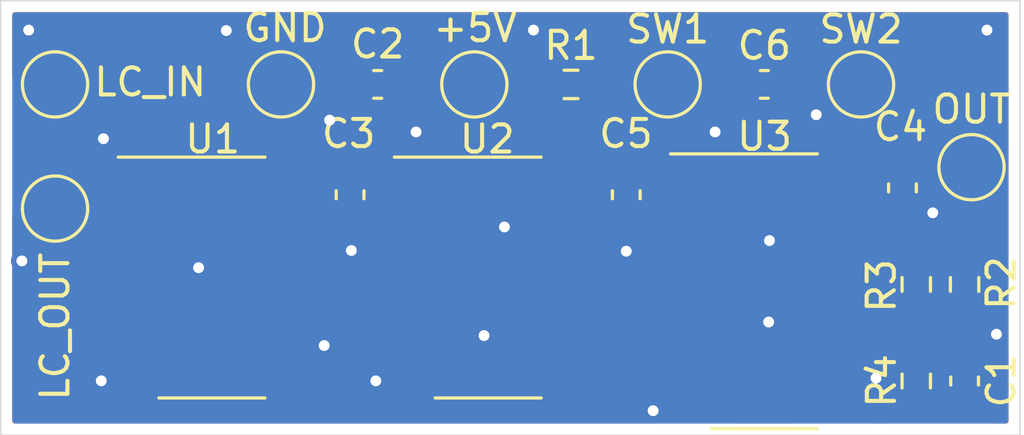
<source format=kicad_pcb>
(kicad_pcb (version 20171130) (host pcbnew "(5.1.7)-1")

  (general
    (thickness 0.8)
    (drawings 4)
    (tracks 211)
    (zones 0)
    (modules 20)
    (nets 20)
  )

  (page A4)
  (layers
    (0 F.Cu signal)
    (31 B.Cu signal hide)
    (32 B.Adhes user hide)
    (33 F.Adhes user hide)
    (34 B.Paste user hide)
    (35 F.Paste user hide)
    (36 B.SilkS user hide)
    (37 F.SilkS user)
    (38 B.Mask user)
    (39 F.Mask user hide)
    (40 Dwgs.User user)
    (41 Cmts.User user)
    (42 Eco1.User user)
    (43 Eco2.User user)
    (44 Edge.Cuts user)
    (45 Margin user)
    (46 B.CrtYd user)
    (47 F.CrtYd user)
    (48 B.Fab user hide)
    (49 F.Fab user hide)
  )

  (setup
    (last_trace_width 0.25)
    (trace_clearance 0.2)
    (zone_clearance 0.4)
    (zone_45_only no)
    (trace_min 0.2)
    (via_size 0.8)
    (via_drill 0.4)
    (via_min_size 0.4)
    (via_min_drill 0.3)
    (uvia_size 0.3)
    (uvia_drill 0.1)
    (uvias_allowed no)
    (uvia_min_size 0.2)
    (uvia_min_drill 0.1)
    (edge_width 0.05)
    (segment_width 0.2)
    (pcb_text_width 0.3)
    (pcb_text_size 1.5 1.5)
    (mod_edge_width 0.12)
    (mod_text_size 1 1)
    (mod_text_width 0.15)
    (pad_size 2 2)
    (pad_drill 0)
    (pad_to_mask_clearance 0)
    (aux_axis_origin 0 0)
    (visible_elements 7FFFFFFF)
    (pcbplotparams
      (layerselection 0x010e8_ffffffff)
      (usegerberextensions false)
      (usegerberattributes true)
      (usegerberadvancedattributes true)
      (creategerberjobfile true)
      (excludeedgelayer true)
      (linewidth 0.100000)
      (plotframeref false)
      (viasonmask false)
      (mode 1)
      (useauxorigin false)
      (hpglpennumber 1)
      (hpglpenspeed 20)
      (hpglpendiameter 15.000000)
      (psnegative false)
      (psa4output false)
      (plotreference true)
      (plotvalue true)
      (plotinvisibletext false)
      (padsonsilk false)
      (subtractmaskfromsilk false)
      (outputformat 1)
      (mirror false)
      (drillshape 0)
      (scaleselection 1)
      (outputdirectory "C:/Projekt/sk-1-octave/fab/"))
  )

  (net 0 "")
  (net 1 GND)
  (net 2 "Net-(C1-Pad1)")
  (net 3 +5V)
  (net 4 "Net-(TP2-Pad1)")
  (net 5 "Net-(TP3-Pad1)")
  (net 6 "Net-(U1-Pad12)")
  (net 7 "Net-(U1-Pad10)")
  (net 8 "Net-(U1-Pad8)")
  (net 9 "Net-(U1-Pad6)")
  (net 10 "Net-(U1-Pad4)")
  (net 11 "Net-(U2-Pad12)")
  (net 12 "Net-(U2-Pad11)")
  (net 13 "Net-(U2-Pad9)")
  (net 14 "Net-(U2-Pad2)")
  (net 15 "Net-(U3-Pad12)")
  (net 16 "Net-(U3-Pad9)")
  (net 17 "Net-(U3-Pad7)")
  (net 18 "Net-(C6-Pad1)")
  (net 19 "Net-(R3-Pad2)")

  (net_class Default "This is the default net class."
    (clearance 0.2)
    (trace_width 0.25)
    (via_dia 0.8)
    (via_drill 0.4)
    (uvia_dia 0.3)
    (uvia_drill 0.1)
    (add_net +5V)
    (add_net GND)
    (add_net "Net-(C1-Pad1)")
    (add_net "Net-(C6-Pad1)")
    (add_net "Net-(R3-Pad2)")
    (add_net "Net-(TP2-Pad1)")
    (add_net "Net-(TP3-Pad1)")
    (add_net "Net-(U1-Pad10)")
    (add_net "Net-(U1-Pad12)")
    (add_net "Net-(U1-Pad4)")
    (add_net "Net-(U1-Pad6)")
    (add_net "Net-(U1-Pad8)")
    (add_net "Net-(U2-Pad11)")
    (add_net "Net-(U2-Pad12)")
    (add_net "Net-(U2-Pad2)")
    (add_net "Net-(U2-Pad9)")
    (add_net "Net-(U3-Pad12)")
    (add_net "Net-(U3-Pad7)")
    (add_net "Net-(U3-Pad9)")
  )

  (module Resistor_SMD:R_0603_1608Metric_Pad0.98x0.95mm_HandSolder (layer F.Cu) (tedit 5F68FEEE) (tstamp 604E7562)
    (at 106.68 111.506 270)
    (descr "Resistor SMD 0603 (1608 Metric), square (rectangular) end terminal, IPC_7351 nominal with elongated pad for handsoldering. (Body size source: IPC-SM-782 page 72, https://www.pcb-3d.com/wordpress/wp-content/uploads/ipc-sm-782a_amendment_1_and_2.pdf), generated with kicad-footprint-generator")
    (tags "resistor handsolder")
    (path /604F1FC9)
    (attr smd)
    (fp_text reference R4 (at -0.006 1.272 90) (layer F.SilkS)
      (effects (font (size 1 1) (thickness 0.15)))
    )
    (fp_text value 4k7 (at 0 1.43 90) (layer F.Fab)
      (effects (font (size 1 1) (thickness 0.15)))
    )
    (fp_line (start 1.65 0.73) (end -1.65 0.73) (layer F.CrtYd) (width 0.05))
    (fp_line (start 1.65 -0.73) (end 1.65 0.73) (layer F.CrtYd) (width 0.05))
    (fp_line (start -1.65 -0.73) (end 1.65 -0.73) (layer F.CrtYd) (width 0.05))
    (fp_line (start -1.65 0.73) (end -1.65 -0.73) (layer F.CrtYd) (width 0.05))
    (fp_line (start -0.254724 0.5225) (end 0.254724 0.5225) (layer F.SilkS) (width 0.12))
    (fp_line (start -0.254724 -0.5225) (end 0.254724 -0.5225) (layer F.SilkS) (width 0.12))
    (fp_line (start 0.8 0.4125) (end -0.8 0.4125) (layer F.Fab) (width 0.1))
    (fp_line (start 0.8 -0.4125) (end 0.8 0.4125) (layer F.Fab) (width 0.1))
    (fp_line (start -0.8 -0.4125) (end 0.8 -0.4125) (layer F.Fab) (width 0.1))
    (fp_line (start -0.8 0.4125) (end -0.8 -0.4125) (layer F.Fab) (width 0.1))
    (fp_text user %R (at 0 0 90) (layer F.Fab)
      (effects (font (size 0.4 0.4) (thickness 0.06)))
    )
    (pad 2 smd roundrect (at 0.9125 0 270) (size 0.975 0.95) (layers F.Cu F.Paste F.Mask) (roundrect_rratio 0.25)
      (net 1 GND))
    (pad 1 smd roundrect (at -0.9125 0 270) (size 0.975 0.95) (layers F.Cu F.Paste F.Mask) (roundrect_rratio 0.25)
      (net 2 "Net-(C1-Pad1)"))
    (model ${KISYS3DMOD}/Resistor_SMD.3dshapes/R_0603_1608Metric.wrl
      (at (xyz 0 0 0))
      (scale (xyz 1 1 1))
      (rotate (xyz 0 0 0))
    )
  )

  (module Resistor_SMD:R_0603_1608Metric_Pad0.98x0.95mm_HandSolder (layer F.Cu) (tedit 5F68FEEE) (tstamp 604E7551)
    (at 106.68 107.95 90)
    (descr "Resistor SMD 0603 (1608 Metric), square (rectangular) end terminal, IPC_7351 nominal with elongated pad for handsoldering. (Body size source: IPC-SM-782 page 72, https://www.pcb-3d.com/wordpress/wp-content/uploads/ipc-sm-782a_amendment_1_and_2.pdf), generated with kicad-footprint-generator")
    (tags "resistor handsolder")
    (path /604F8A19)
    (attr smd)
    (fp_text reference R3 (at -0.05 -1.28 90) (layer F.SilkS)
      (effects (font (size 1 1) (thickness 0.15)))
    )
    (fp_text value 1k (at 0 1.43 90) (layer F.Fab)
      (effects (font (size 1 1) (thickness 0.15)))
    )
    (fp_line (start 1.65 0.73) (end -1.65 0.73) (layer F.CrtYd) (width 0.05))
    (fp_line (start 1.65 -0.73) (end 1.65 0.73) (layer F.CrtYd) (width 0.05))
    (fp_line (start -1.65 -0.73) (end 1.65 -0.73) (layer F.CrtYd) (width 0.05))
    (fp_line (start -1.65 0.73) (end -1.65 -0.73) (layer F.CrtYd) (width 0.05))
    (fp_line (start -0.254724 0.5225) (end 0.254724 0.5225) (layer F.SilkS) (width 0.12))
    (fp_line (start -0.254724 -0.5225) (end 0.254724 -0.5225) (layer F.SilkS) (width 0.12))
    (fp_line (start 0.8 0.4125) (end -0.8 0.4125) (layer F.Fab) (width 0.1))
    (fp_line (start 0.8 -0.4125) (end 0.8 0.4125) (layer F.Fab) (width 0.1))
    (fp_line (start -0.8 -0.4125) (end 0.8 -0.4125) (layer F.Fab) (width 0.1))
    (fp_line (start -0.8 0.4125) (end -0.8 -0.4125) (layer F.Fab) (width 0.1))
    (fp_text user %R (at 0 0 90) (layer F.Fab)
      (effects (font (size 0.4 0.4) (thickness 0.06)))
    )
    (pad 2 smd roundrect (at 0.9125 0 90) (size 0.975 0.95) (layers F.Cu F.Paste F.Mask) (roundrect_rratio 0.25)
      (net 19 "Net-(R3-Pad2)"))
    (pad 1 smd roundrect (at -0.9125 0 90) (size 0.975 0.95) (layers F.Cu F.Paste F.Mask) (roundrect_rratio 0.25)
      (net 2 "Net-(C1-Pad1)"))
    (model ${KISYS3DMOD}/Resistor_SMD.3dshapes/R_0603_1608Metric.wrl
      (at (xyz 0 0 0))
      (scale (xyz 1 1 1))
      (rotate (xyz 0 0 0))
    )
  )

  (module Resistor_SMD:R_0603_1608Metric_Pad0.98x0.95mm_HandSolder (layer F.Cu) (tedit 5F68FEEE) (tstamp 604E7540)
    (at 108.458 107.95 270)
    (descr "Resistor SMD 0603 (1608 Metric), square (rectangular) end terminal, IPC_7351 nominal with elongated pad for handsoldering. (Body size source: IPC-SM-782 page 72, https://www.pcb-3d.com/wordpress/wp-content/uploads/ipc-sm-782a_amendment_1_and_2.pdf), generated with kicad-footprint-generator")
    (tags "resistor handsolder")
    (path /604EF044)
    (attr smd)
    (fp_text reference R2 (at -0.05 -1.35 90) (layer F.SilkS)
      (effects (font (size 1 1) (thickness 0.15)))
    )
    (fp_text value 4k7 (at 0 1.43 90) (layer F.Fab)
      (effects (font (size 1 1) (thickness 0.15)))
    )
    (fp_line (start 1.65 0.73) (end -1.65 0.73) (layer F.CrtYd) (width 0.05))
    (fp_line (start 1.65 -0.73) (end 1.65 0.73) (layer F.CrtYd) (width 0.05))
    (fp_line (start -1.65 -0.73) (end 1.65 -0.73) (layer F.CrtYd) (width 0.05))
    (fp_line (start -1.65 0.73) (end -1.65 -0.73) (layer F.CrtYd) (width 0.05))
    (fp_line (start -0.254724 0.5225) (end 0.254724 0.5225) (layer F.SilkS) (width 0.12))
    (fp_line (start -0.254724 -0.5225) (end 0.254724 -0.5225) (layer F.SilkS) (width 0.12))
    (fp_line (start 0.8 0.4125) (end -0.8 0.4125) (layer F.Fab) (width 0.1))
    (fp_line (start 0.8 -0.4125) (end 0.8 0.4125) (layer F.Fab) (width 0.1))
    (fp_line (start -0.8 -0.4125) (end 0.8 -0.4125) (layer F.Fab) (width 0.1))
    (fp_line (start -0.8 0.4125) (end -0.8 -0.4125) (layer F.Fab) (width 0.1))
    (fp_text user %R (at 0 0 90) (layer F.Fab)
      (effects (font (size 0.4 0.4) (thickness 0.06)))
    )
    (pad 2 smd roundrect (at 0.9125 0 270) (size 0.975 0.95) (layers F.Cu F.Paste F.Mask) (roundrect_rratio 0.25)
      (net 2 "Net-(C1-Pad1)"))
    (pad 1 smd roundrect (at -0.9125 0 270) (size 0.975 0.95) (layers F.Cu F.Paste F.Mask) (roundrect_rratio 0.25)
      (net 3 +5V))
    (model ${KISYS3DMOD}/Resistor_SMD.3dshapes/R_0603_1608Metric.wrl
      (at (xyz 0 0 0))
      (scale (xyz 1 1 1))
      (rotate (xyz 0 0 0))
    )
  )

  (module Capacitor_SMD:C_0603_1608Metric_Pad1.08x0.95mm_HandSolder (layer F.Cu) (tedit 5F68FEEF) (tstamp 604E751F)
    (at 101.092 100.584)
    (descr "Capacitor SMD 0603 (1608 Metric), square (rectangular) end terminal, IPC_7351 nominal with elongated pad for handsoldering. (Body size source: IPC-SM-782 page 76, https://www.pcb-3d.com/wordpress/wp-content/uploads/ipc-sm-782a_amendment_1_and_2.pdf), generated with kicad-footprint-generator")
    (tags "capacitor handsolder")
    (path /60532A4C)
    (attr smd)
    (fp_text reference C6 (at 0 -1.43) (layer F.SilkS)
      (effects (font (size 1 1) (thickness 0.15)))
    )
    (fp_text value 100n (at 0 1.43) (layer F.Fab)
      (effects (font (size 1 1) (thickness 0.15)))
    )
    (fp_line (start 1.65 0.73) (end -1.65 0.73) (layer F.CrtYd) (width 0.05))
    (fp_line (start 1.65 -0.73) (end 1.65 0.73) (layer F.CrtYd) (width 0.05))
    (fp_line (start -1.65 -0.73) (end 1.65 -0.73) (layer F.CrtYd) (width 0.05))
    (fp_line (start -1.65 0.73) (end -1.65 -0.73) (layer F.CrtYd) (width 0.05))
    (fp_line (start -0.146267 0.51) (end 0.146267 0.51) (layer F.SilkS) (width 0.12))
    (fp_line (start -0.146267 -0.51) (end 0.146267 -0.51) (layer F.SilkS) (width 0.12))
    (fp_line (start 0.8 0.4) (end -0.8 0.4) (layer F.Fab) (width 0.1))
    (fp_line (start 0.8 -0.4) (end 0.8 0.4) (layer F.Fab) (width 0.1))
    (fp_line (start -0.8 -0.4) (end 0.8 -0.4) (layer F.Fab) (width 0.1))
    (fp_line (start -0.8 0.4) (end -0.8 -0.4) (layer F.Fab) (width 0.1))
    (fp_text user %R (at 0 0) (layer F.Fab)
      (effects (font (size 0.4 0.4) (thickness 0.06)))
    )
    (pad 2 smd roundrect (at 0.8625 0) (size 1.075 0.95) (layers F.Cu F.Paste F.Mask) (roundrect_rratio 0.25)
      (net 1 GND))
    (pad 1 smd roundrect (at -0.8625 0) (size 1.075 0.95) (layers F.Cu F.Paste F.Mask) (roundrect_rratio 0.25)
      (net 18 "Net-(C6-Pad1)"))
    (model ${KISYS3DMOD}/Capacitor_SMD.3dshapes/C_0603_1608Metric.wrl
      (at (xyz 0 0 0))
      (scale (xyz 1 1 1))
      (rotate (xyz 0 0 0))
    )
  )

  (module Capacitor_SMD:C_0603_1608Metric_Pad1.08x0.95mm_HandSolder (layer F.Cu) (tedit 5F68FEEF) (tstamp 604A7D1C)
    (at 96.012 104.648 270)
    (descr "Capacitor SMD 0603 (1608 Metric), square (rectangular) end terminal, IPC_7351 nominal with elongated pad for handsoldering. (Body size source: IPC-SM-782 page 76, https://www.pcb-3d.com/wordpress/wp-content/uploads/ipc-sm-782a_amendment_1_and_2.pdf), generated with kicad-footprint-generator")
    (tags "capacitor handsolder")
    (path /60582340)
    (attr smd)
    (fp_text reference C5 (at -2.248 0.012 180) (layer F.SilkS)
      (effects (font (size 1 1) (thickness 0.15)))
    )
    (fp_text value 100n (at 0 1.43 90) (layer F.Fab)
      (effects (font (size 1 1) (thickness 0.15)))
    )
    (fp_line (start 1.65 0.73) (end -1.65 0.73) (layer F.CrtYd) (width 0.05))
    (fp_line (start 1.65 -0.73) (end 1.65 0.73) (layer F.CrtYd) (width 0.05))
    (fp_line (start -1.65 -0.73) (end 1.65 -0.73) (layer F.CrtYd) (width 0.05))
    (fp_line (start -1.65 0.73) (end -1.65 -0.73) (layer F.CrtYd) (width 0.05))
    (fp_line (start -0.146267 0.51) (end 0.146267 0.51) (layer F.SilkS) (width 0.12))
    (fp_line (start -0.146267 -0.51) (end 0.146267 -0.51) (layer F.SilkS) (width 0.12))
    (fp_line (start 0.8 0.4) (end -0.8 0.4) (layer F.Fab) (width 0.1))
    (fp_line (start 0.8 -0.4) (end 0.8 0.4) (layer F.Fab) (width 0.1))
    (fp_line (start -0.8 -0.4) (end 0.8 -0.4) (layer F.Fab) (width 0.1))
    (fp_line (start -0.8 0.4) (end -0.8 -0.4) (layer F.Fab) (width 0.1))
    (fp_text user %R (at 0 0 90) (layer F.Fab)
      (effects (font (size 0.4 0.4) (thickness 0.06)))
    )
    (pad 2 smd roundrect (at 0.8625 0 270) (size 1.075 0.95) (layers F.Cu F.Paste F.Mask) (roundrect_rratio 0.25)
      (net 1 GND))
    (pad 1 smd roundrect (at -0.8625 0 270) (size 1.075 0.95) (layers F.Cu F.Paste F.Mask) (roundrect_rratio 0.25)
      (net 3 +5V))
    (model ${KISYS3DMOD}/Capacitor_SMD.3dshapes/C_0603_1608Metric.wrl
      (at (xyz 0 0 0))
      (scale (xyz 1 1 1))
      (rotate (xyz 0 0 0))
    )
  )

  (module Package_SO:SOIC-16_3.9x9.9mm_P1.27mm (layer F.Cu) (tedit 5D9F72B1) (tstamp 604E8355)
    (at 101.092 108.204)
    (descr "SOIC, 16 Pin (JEDEC MS-012AC, https://www.analog.com/media/en/package-pcb-resources/package/pkg_pdf/soic_narrow-r/r_16.pdf), generated with kicad-footprint-generator ipc_gullwing_generator.py")
    (tags "SOIC SO")
    (path /604C572D)
    (attr smd)
    (fp_text reference U3 (at 0.008 -5.704) (layer F.SilkS)
      (effects (font (size 1 1) (thickness 0.15)))
    )
    (fp_text value 74LS157 (at 0 5.9) (layer F.Fab)
      (effects (font (size 1 1) (thickness 0.15)))
    )
    (fp_line (start 3.7 -5.2) (end -3.7 -5.2) (layer F.CrtYd) (width 0.05))
    (fp_line (start 3.7 5.2) (end 3.7 -5.2) (layer F.CrtYd) (width 0.05))
    (fp_line (start -3.7 5.2) (end 3.7 5.2) (layer F.CrtYd) (width 0.05))
    (fp_line (start -3.7 -5.2) (end -3.7 5.2) (layer F.CrtYd) (width 0.05))
    (fp_line (start -1.95 -3.975) (end -0.975 -4.95) (layer F.Fab) (width 0.1))
    (fp_line (start -1.95 4.95) (end -1.95 -3.975) (layer F.Fab) (width 0.1))
    (fp_line (start 1.95 4.95) (end -1.95 4.95) (layer F.Fab) (width 0.1))
    (fp_line (start 1.95 -4.95) (end 1.95 4.95) (layer F.Fab) (width 0.1))
    (fp_line (start -0.975 -4.95) (end 1.95 -4.95) (layer F.Fab) (width 0.1))
    (fp_line (start 0 -5.06) (end -3.45 -5.06) (layer F.SilkS) (width 0.12))
    (fp_line (start 0 -5.06) (end 1.95 -5.06) (layer F.SilkS) (width 0.12))
    (fp_line (start 0 5.06) (end -1.95 5.06) (layer F.SilkS) (width 0.12))
    (fp_line (start 0 5.06) (end 1.95 5.06) (layer F.SilkS) (width 0.12))
    (fp_text user %R (at 0 0) (layer F.Fab)
      (effects (font (size 0.98 0.98) (thickness 0.15)))
    )
    (pad 16 smd roundrect (at 2.475 -4.445) (size 1.95 0.6) (layers F.Cu F.Paste F.Mask) (roundrect_rratio 0.25)
      (net 3 +5V))
    (pad 15 smd roundrect (at 2.475 -3.175) (size 1.95 0.6) (layers F.Cu F.Paste F.Mask) (roundrect_rratio 0.25)
      (net 1 GND))
    (pad 14 smd roundrect (at 2.475 -1.905) (size 1.95 0.6) (layers F.Cu F.Paste F.Mask) (roundrect_rratio 0.25)
      (net 1 GND))
    (pad 13 smd roundrect (at 2.475 -0.635) (size 1.95 0.6) (layers F.Cu F.Paste F.Mask) (roundrect_rratio 0.25)
      (net 1 GND))
    (pad 12 smd roundrect (at 2.475 0.635) (size 1.95 0.6) (layers F.Cu F.Paste F.Mask) (roundrect_rratio 0.25)
      (net 15 "Net-(U3-Pad12)"))
    (pad 11 smd roundrect (at 2.475 1.905) (size 1.95 0.6) (layers F.Cu F.Paste F.Mask) (roundrect_rratio 0.25)
      (net 1 GND))
    (pad 10 smd roundrect (at 2.475 3.175) (size 1.95 0.6) (layers F.Cu F.Paste F.Mask) (roundrect_rratio 0.25)
      (net 1 GND))
    (pad 9 smd roundrect (at 2.475 4.445) (size 1.95 0.6) (layers F.Cu F.Paste F.Mask) (roundrect_rratio 0.25)
      (net 16 "Net-(U3-Pad9)"))
    (pad 8 smd roundrect (at -2.475 4.445) (size 1.95 0.6) (layers F.Cu F.Paste F.Mask) (roundrect_rratio 0.25)
      (net 1 GND))
    (pad 7 smd roundrect (at -2.475 3.175) (size 1.95 0.6) (layers F.Cu F.Paste F.Mask) (roundrect_rratio 0.25)
      (net 17 "Net-(U3-Pad7)"))
    (pad 6 smd roundrect (at -2.475 1.905) (size 1.95 0.6) (layers F.Cu F.Paste F.Mask) (roundrect_rratio 0.25)
      (net 1 GND))
    (pad 5 smd roundrect (at -2.475 0.635) (size 1.95 0.6) (layers F.Cu F.Paste F.Mask) (roundrect_rratio 0.25)
      (net 1 GND))
    (pad 4 smd roundrect (at -2.475 -0.635) (size 1.95 0.6) (layers F.Cu F.Paste F.Mask) (roundrect_rratio 0.25)
      (net 19 "Net-(R3-Pad2)"))
    (pad 3 smd roundrect (at -2.475 -1.905) (size 1.95 0.6) (layers F.Cu F.Paste F.Mask) (roundrect_rratio 0.25)
      (net 13 "Net-(U2-Pad9)"))
    (pad 2 smd roundrect (at -2.475 -3.175) (size 1.95 0.6) (layers F.Cu F.Paste F.Mask) (roundrect_rratio 0.25)
      (net 10 "Net-(U1-Pad4)"))
    (pad 1 smd roundrect (at -2.475 -4.445) (size 1.95 0.6) (layers F.Cu F.Paste F.Mask) (roundrect_rratio 0.25)
      (net 18 "Net-(C6-Pad1)"))
    (model ${KISYS3DMOD}/Package_SO.3dshapes/SOIC-16_3.9x9.9mm_P1.27mm.wrl
      (at (xyz 0 0 0))
      (scale (xyz 1 1 1))
      (rotate (xyz 0 0 0))
    )
  )

  (module Package_SO:SO-14_3.9x8.65mm_P1.27mm (layer F.Cu) (tedit 5F427CE7) (tstamp 604A76CB)
    (at 90.932 107.696)
    (descr "SO, 14 Pin (https://www.st.com/resource/en/datasheet/l6491.pdf), generated with kicad-footprint-generator ipc_gullwing_generator.py")
    (tags "SO SO")
    (path /604AFD10)
    (attr smd)
    (fp_text reference U2 (at -0.032 -5.096) (layer F.SilkS)
      (effects (font (size 1 1) (thickness 0.15)))
    )
    (fp_text value 74HC74 (at 0 5.28) (layer F.Fab)
      (effects (font (size 1 1) (thickness 0.15)))
    )
    (fp_line (start 3.7 -4.58) (end -3.7 -4.58) (layer F.CrtYd) (width 0.05))
    (fp_line (start 3.7 4.58) (end 3.7 -4.58) (layer F.CrtYd) (width 0.05))
    (fp_line (start -3.7 4.58) (end 3.7 4.58) (layer F.CrtYd) (width 0.05))
    (fp_line (start -3.7 -4.58) (end -3.7 4.58) (layer F.CrtYd) (width 0.05))
    (fp_line (start -1.95 -3.35) (end -0.975 -4.325) (layer F.Fab) (width 0.1))
    (fp_line (start -1.95 4.325) (end -1.95 -3.35) (layer F.Fab) (width 0.1))
    (fp_line (start 1.95 4.325) (end -1.95 4.325) (layer F.Fab) (width 0.1))
    (fp_line (start 1.95 -4.325) (end 1.95 4.325) (layer F.Fab) (width 0.1))
    (fp_line (start -0.975 -4.325) (end 1.95 -4.325) (layer F.Fab) (width 0.1))
    (fp_line (start 0 -4.435) (end -3.45 -4.435) (layer F.SilkS) (width 0.12))
    (fp_line (start 0 -4.435) (end 1.95 -4.435) (layer F.SilkS) (width 0.12))
    (fp_line (start 0 4.435) (end -1.95 4.435) (layer F.SilkS) (width 0.12))
    (fp_line (start 0 4.435) (end 1.95 4.435) (layer F.SilkS) (width 0.12))
    (fp_text user %R (at 0 0) (layer F.Fab)
      (effects (font (size 0.98 0.98) (thickness 0.15)))
    )
    (pad 14 smd roundrect (at 2.475 -3.81) (size 1.95 0.6) (layers F.Cu F.Paste F.Mask) (roundrect_rratio 0.25)
      (net 3 +5V))
    (pad 13 smd roundrect (at 2.475 -2.54) (size 1.95 0.6) (layers F.Cu F.Paste F.Mask) (roundrect_rratio 0.25)
      (net 3 +5V))
    (pad 12 smd roundrect (at 2.475 -1.27) (size 1.95 0.6) (layers F.Cu F.Paste F.Mask) (roundrect_rratio 0.25)
      (net 11 "Net-(U2-Pad12)"))
    (pad 11 smd roundrect (at 2.475 0) (size 1.95 0.6) (layers F.Cu F.Paste F.Mask) (roundrect_rratio 0.25)
      (net 12 "Net-(U2-Pad11)"))
    (pad 10 smd roundrect (at 2.475 1.27) (size 1.95 0.6) (layers F.Cu F.Paste F.Mask) (roundrect_rratio 0.25)
      (net 3 +5V))
    (pad 9 smd roundrect (at 2.475 2.54) (size 1.95 0.6) (layers F.Cu F.Paste F.Mask) (roundrect_rratio 0.25)
      (net 13 "Net-(U2-Pad9)"))
    (pad 8 smd roundrect (at 2.475 3.81) (size 1.95 0.6) (layers F.Cu F.Paste F.Mask) (roundrect_rratio 0.25)
      (net 11 "Net-(U2-Pad12)"))
    (pad 7 smd roundrect (at -2.475 3.81) (size 1.95 0.6) (layers F.Cu F.Paste F.Mask) (roundrect_rratio 0.25)
      (net 1 GND))
    (pad 6 smd roundrect (at -2.475 2.54) (size 1.95 0.6) (layers F.Cu F.Paste F.Mask) (roundrect_rratio 0.25)
      (net 14 "Net-(U2-Pad2)"))
    (pad 5 smd roundrect (at -2.475 1.27) (size 1.95 0.6) (layers F.Cu F.Paste F.Mask) (roundrect_rratio 0.25)
      (net 12 "Net-(U2-Pad11)"))
    (pad 4 smd roundrect (at -2.475 0) (size 1.95 0.6) (layers F.Cu F.Paste F.Mask) (roundrect_rratio 0.25)
      (net 3 +5V))
    (pad 3 smd roundrect (at -2.475 -1.27) (size 1.95 0.6) (layers F.Cu F.Paste F.Mask) (roundrect_rratio 0.25)
      (net 5 "Net-(TP3-Pad1)"))
    (pad 2 smd roundrect (at -2.475 -2.54) (size 1.95 0.6) (layers F.Cu F.Paste F.Mask) (roundrect_rratio 0.25)
      (net 14 "Net-(U2-Pad2)"))
    (pad 1 smd roundrect (at -2.475 -3.81) (size 1.95 0.6) (layers F.Cu F.Paste F.Mask) (roundrect_rratio 0.25)
      (net 3 +5V))
    (model ${KISYS3DMOD}/Package_SO.3dshapes/SOIC-14_3.9x8.7mm_P1.27mm.wrl
      (at (xyz 0 0 0))
      (scale (xyz 1 1 1))
      (rotate (xyz 0 0 0))
    )
  )

  (module Package_SO:SO-14_3.9x8.65mm_P1.27mm (layer F.Cu) (tedit 5F427CE7) (tstamp 604A782D)
    (at 80.772 107.696)
    (descr "SO, 14 Pin (https://www.st.com/resource/en/datasheet/l6491.pdf), generated with kicad-footprint-generator ipc_gullwing_generator.py")
    (tags "SO SO")
    (path /604A98CC)
    (attr smd)
    (fp_text reference U1 (at 0.028 -5.096) (layer F.SilkS)
      (effects (font (size 1 1) (thickness 0.15)))
    )
    (fp_text value 4069 (at 0 5.28) (layer F.Fab)
      (effects (font (size 1 1) (thickness 0.15)))
    )
    (fp_line (start 3.7 -4.58) (end -3.7 -4.58) (layer F.CrtYd) (width 0.05))
    (fp_line (start 3.7 4.58) (end 3.7 -4.58) (layer F.CrtYd) (width 0.05))
    (fp_line (start -3.7 4.58) (end 3.7 4.58) (layer F.CrtYd) (width 0.05))
    (fp_line (start -3.7 -4.58) (end -3.7 4.58) (layer F.CrtYd) (width 0.05))
    (fp_line (start -1.95 -3.35) (end -0.975 -4.325) (layer F.Fab) (width 0.1))
    (fp_line (start -1.95 4.325) (end -1.95 -3.35) (layer F.Fab) (width 0.1))
    (fp_line (start 1.95 4.325) (end -1.95 4.325) (layer F.Fab) (width 0.1))
    (fp_line (start 1.95 -4.325) (end 1.95 4.325) (layer F.Fab) (width 0.1))
    (fp_line (start -0.975 -4.325) (end 1.95 -4.325) (layer F.Fab) (width 0.1))
    (fp_line (start 0 -4.435) (end -3.45 -4.435) (layer F.SilkS) (width 0.12))
    (fp_line (start 0 -4.435) (end 1.95 -4.435) (layer F.SilkS) (width 0.12))
    (fp_line (start 0 4.435) (end -1.95 4.435) (layer F.SilkS) (width 0.12))
    (fp_line (start 0 4.435) (end 1.95 4.435) (layer F.SilkS) (width 0.12))
    (fp_text user %R (at 0 0) (layer F.Fab)
      (effects (font (size 0.98 0.98) (thickness 0.15)))
    )
    (pad 14 smd roundrect (at 2.475 -3.81) (size 1.95 0.6) (layers F.Cu F.Paste F.Mask) (roundrect_rratio 0.25)
      (net 3 +5V))
    (pad 13 smd roundrect (at 2.475 -2.54) (size 1.95 0.6) (layers F.Cu F.Paste F.Mask) (roundrect_rratio 0.25)
      (net 1 GND))
    (pad 12 smd roundrect (at 2.475 -1.27) (size 1.95 0.6) (layers F.Cu F.Paste F.Mask) (roundrect_rratio 0.25)
      (net 6 "Net-(U1-Pad12)"))
    (pad 11 smd roundrect (at 2.475 0) (size 1.95 0.6) (layers F.Cu F.Paste F.Mask) (roundrect_rratio 0.25)
      (net 1 GND))
    (pad 10 smd roundrect (at 2.475 1.27) (size 1.95 0.6) (layers F.Cu F.Paste F.Mask) (roundrect_rratio 0.25)
      (net 7 "Net-(U1-Pad10)"))
    (pad 9 smd roundrect (at 2.475 2.54) (size 1.95 0.6) (layers F.Cu F.Paste F.Mask) (roundrect_rratio 0.25)
      (net 1 GND))
    (pad 8 smd roundrect (at 2.475 3.81) (size 1.95 0.6) (layers F.Cu F.Paste F.Mask) (roundrect_rratio 0.25)
      (net 8 "Net-(U1-Pad8)"))
    (pad 7 smd roundrect (at -2.475 3.81) (size 1.95 0.6) (layers F.Cu F.Paste F.Mask) (roundrect_rratio 0.25)
      (net 1 GND))
    (pad 6 smd roundrect (at -2.475 2.54) (size 1.95 0.6) (layers F.Cu F.Paste F.Mask) (roundrect_rratio 0.25)
      (net 9 "Net-(U1-Pad6)"))
    (pad 5 smd roundrect (at -2.475 1.27) (size 1.95 0.6) (layers F.Cu F.Paste F.Mask) (roundrect_rratio 0.25)
      (net 1 GND))
    (pad 4 smd roundrect (at -2.475 0) (size 1.95 0.6) (layers F.Cu F.Paste F.Mask) (roundrect_rratio 0.25)
      (net 10 "Net-(U1-Pad4)"))
    (pad 3 smd roundrect (at -2.475 -1.27) (size 1.95 0.6) (layers F.Cu F.Paste F.Mask) (roundrect_rratio 0.25)
      (net 5 "Net-(TP3-Pad1)"))
    (pad 2 smd roundrect (at -2.475 -2.54) (size 1.95 0.6) (layers F.Cu F.Paste F.Mask) (roundrect_rratio 0.25)
      (net 5 "Net-(TP3-Pad1)"))
    (pad 1 smd roundrect (at -2.475 -3.81) (size 1.95 0.6) (layers F.Cu F.Paste F.Mask) (roundrect_rratio 0.25)
      (net 4 "Net-(TP2-Pad1)"))
    (model ${KISYS3DMOD}/Package_SO.3dshapes/SOIC-14_3.9x8.7mm_P1.27mm.wrl
      (at (xyz 0 0 0))
      (scale (xyz 1 1 1))
      (rotate (xyz 0 0 0))
    )
  )

  (module TestPoint:TestPoint_Pad_D2.0mm (layer F.Cu) (tedit 604FD398) (tstamp 604A8447)
    (at 83.312 100.584 270)
    (descr "SMD pad as test Point, diameter 2.0mm")
    (tags "test point SMD pad")
    (path /605294ED)
    (attr virtual)
    (fp_text reference TP7 (at 0 -1.998 90) (layer F.SilkS) hide
      (effects (font (size 1 1) (thickness 0.15)))
    )
    (fp_text value GND (at -2.084 -0.148) (layer F.SilkS)
      (effects (font (size 1 1) (thickness 0.15)))
    )
    (fp_circle (center 0 0) (end 0 1.2) (layer F.SilkS) (width 0.12))
    (fp_circle (center 0 0) (end 1.5 0) (layer F.CrtYd) (width 0.05))
    (fp_text user %R (at 0 -2 90) (layer F.Fab)
      (effects (font (size 1 1) (thickness 0.15)))
    )
    (pad 1 smd circle (at 0 0 270) (size 2 2) (layers F.Cu F.Mask)
      (net 1 GND))
  )

  (module TestPoint:TestPoint_Pad_D2.0mm (layer F.Cu) (tedit 5A0F774F) (tstamp 604A8305)
    (at 90.424 100.584 270)
    (descr "SMD pad as test Point, diameter 2.0mm")
    (tags "test point SMD pad")
    (path /605294E7)
    (attr virtual)
    (fp_text reference TP6 (at 0 -1.998 90) (layer F.SilkS) hide
      (effects (font (size 1 1) (thickness 0.15)))
    )
    (fp_text value +5V (at -2.084 -0.028) (layer F.SilkS)
      (effects (font (size 1 1) (thickness 0.15)))
    )
    (fp_circle (center 0 0) (end 0 1.2) (layer F.SilkS) (width 0.12))
    (fp_circle (center 0 0) (end 1.5 0) (layer F.CrtYd) (width 0.05))
    (fp_text user %R (at 0 -2 90) (layer F.Fab)
      (effects (font (size 1 1) (thickness 0.15)))
    )
    (pad 1 smd circle (at 0 0 270) (size 2 2) (layers F.Cu F.Mask)
      (net 3 +5V))
  )

  (module TestPoint:TestPoint_Pad_D2.0mm (layer F.Cu) (tedit 604FD34D) (tstamp 604A767B)
    (at 104.648 100.584)
    (descr "SMD pad as test Point, diameter 2.0mm")
    (tags "test point SMD pad")
    (path /60501DB9)
    (attr virtual)
    (fp_text reference TP5 (at 0 -1.998) (layer F.SilkS) hide
      (effects (font (size 1 1) (thickness 0.15)))
    )
    (fp_text value SW2 (at 0 -2.032) (layer F.SilkS)
      (effects (font (size 1 1) (thickness 0.15)))
    )
    (fp_circle (center 0 0) (end 0 1.2) (layer F.SilkS) (width 0.12))
    (fp_circle (center 0 0) (end 1.5 0) (layer F.CrtYd) (width 0.05))
    (fp_text user %R (at 0 -2) (layer F.Fab)
      (effects (font (size 1 1) (thickness 0.15)))
    )
    (pad 1 smd circle (at 0 0) (size 2 2) (layers F.Cu F.Mask)
      (net 1 GND))
  )

  (module TestPoint:TestPoint_Pad_D2.0mm (layer F.Cu) (tedit 5A0F774F) (tstamp 604A9AC2)
    (at 97.536 100.584)
    (descr "SMD pad as test Point, diameter 2.0mm")
    (tags "test point SMD pad")
    (path /605011B0)
    (attr virtual)
    (fp_text reference TP4 (at 0 -1.998) (layer F.SilkS) hide
      (effects (font (size 1 1) (thickness 0.15)))
    )
    (fp_text value SW1 (at 0 -2.032) (layer F.SilkS)
      (effects (font (size 1 1) (thickness 0.15)))
    )
    (fp_circle (center 0 0) (end 0 1.2) (layer F.SilkS) (width 0.12))
    (fp_circle (center 0 0) (end 1.5 0) (layer F.CrtYd) (width 0.05))
    (fp_text user %R (at 0 -2) (layer F.Fab)
      (effects (font (size 1 1) (thickness 0.15)))
    )
    (pad 1 smd circle (at 0 0) (size 2 2) (layers F.Cu F.Mask)
      (net 18 "Net-(C6-Pad1)"))
  )

  (module TestPoint:TestPoint_Pad_D2.0mm (layer F.Cu) (tedit 5A0F774F) (tstamp 604A766B)
    (at 75 105.156)
    (descr "SMD pad as test Point, diameter 2.0mm")
    (tags "test point SMD pad")
    (path /604F519C)
    (attr virtual)
    (fp_text reference TP3 (at 0 -1.998) (layer F.SilkS) hide
      (effects (font (size 1 1) (thickness 0.15)))
    )
    (fp_text value LC_OUT (at 0 4.344 90) (layer F.SilkS)
      (effects (font (size 1 1) (thickness 0.15)))
    )
    (fp_circle (center 0 0) (end 0 1.2) (layer F.SilkS) (width 0.12))
    (fp_circle (center 0 0) (end 1.5 0) (layer F.CrtYd) (width 0.05))
    (fp_text user %R (at 0 -2) (layer F.Fab)
      (effects (font (size 1 1) (thickness 0.15)))
    )
    (pad 1 smd circle (at 0 0) (size 2 2) (layers F.Cu F.Mask)
      (net 5 "Net-(TP3-Pad1)"))
  )

  (module TestPoint:TestPoint_Pad_D2.0mm (layer F.Cu) (tedit 5A0F774F) (tstamp 604A7663)
    (at 75 100.584)
    (descr "SMD pad as test Point, diameter 2.0mm")
    (tags "test point SMD pad")
    (path /604F41C3)
    (attr virtual)
    (fp_text reference TP2 (at 0 -1.998) (layer F.SilkS) hide
      (effects (font (size 1 1) (thickness 0.15)))
    )
    (fp_text value LC_IN (at 3.5 -0.084) (layer F.SilkS)
      (effects (font (size 1 1) (thickness 0.15)))
    )
    (fp_circle (center 0 0) (end 0 1.2) (layer F.SilkS) (width 0.12))
    (fp_circle (center 0 0) (end 1.5 0) (layer F.CrtYd) (width 0.05))
    (fp_text user %R (at 0 -2) (layer F.Fab)
      (effects (font (size 1 1) (thickness 0.15)))
    )
    (pad 1 smd circle (at 0 0) (size 2 2) (layers F.Cu F.Mask)
      (net 4 "Net-(TP2-Pad1)"))
  )

  (module TestPoint:TestPoint_Pad_D2.0mm (layer F.Cu) (tedit 5A0F774F) (tstamp 604A765B)
    (at 108.712 103.632)
    (descr "SMD pad as test Point, diameter 2.0mm")
    (tags "test point SMD pad")
    (path /604F8CEF)
    (attr virtual)
    (fp_text reference TP1 (at 0 -1.998) (layer F.SilkS) hide
      (effects (font (size 1 1) (thickness 0.15)))
    )
    (fp_text value OUT (at 0 -2.132) (layer F.SilkS)
      (effects (font (size 1 1) (thickness 0.15)))
    )
    (fp_circle (center 0 0) (end 0 1.2) (layer F.SilkS) (width 0.12))
    (fp_circle (center 0 0) (end 1.5 0) (layer F.CrtYd) (width 0.05))
    (fp_text user %R (at 0 -2) (layer F.Fab)
      (effects (font (size 1 1) (thickness 0.15)))
    )
    (pad 1 smd circle (at 0 0) (size 2 2) (layers F.Cu F.Mask)
      (net 2 "Net-(C1-Pad1)"))
  )

  (module Resistor_SMD:R_0603_1608Metric_Pad0.98x0.95mm_HandSolder (layer F.Cu) (tedit 5F68FEEE) (tstamp 604A81D8)
    (at 93.98 100.584)
    (descr "Resistor SMD 0603 (1608 Metric), square (rectangular) end terminal, IPC_7351 nominal with elongated pad for handsoldering. (Body size source: IPC-SM-782 page 72, https://www.pcb-3d.com/wordpress/wp-content/uploads/ipc-sm-782a_amendment_1_and_2.pdf), generated with kicad-footprint-generator")
    (tags "resistor handsolder")
    (path /60513475)
    (attr smd)
    (fp_text reference R1 (at 0 -1.43) (layer F.SilkS)
      (effects (font (size 1 1) (thickness 0.15)))
    )
    (fp_text value 4k7 (at 0 1.43) (layer F.Fab)
      (effects (font (size 1 1) (thickness 0.15)))
    )
    (fp_line (start 1.65 0.73) (end -1.65 0.73) (layer F.CrtYd) (width 0.05))
    (fp_line (start 1.65 -0.73) (end 1.65 0.73) (layer F.CrtYd) (width 0.05))
    (fp_line (start -1.65 -0.73) (end 1.65 -0.73) (layer F.CrtYd) (width 0.05))
    (fp_line (start -1.65 0.73) (end -1.65 -0.73) (layer F.CrtYd) (width 0.05))
    (fp_line (start -0.254724 0.5225) (end 0.254724 0.5225) (layer F.SilkS) (width 0.12))
    (fp_line (start -0.254724 -0.5225) (end 0.254724 -0.5225) (layer F.SilkS) (width 0.12))
    (fp_line (start 0.8 0.4125) (end -0.8 0.4125) (layer F.Fab) (width 0.1))
    (fp_line (start 0.8 -0.4125) (end 0.8 0.4125) (layer F.Fab) (width 0.1))
    (fp_line (start -0.8 -0.4125) (end 0.8 -0.4125) (layer F.Fab) (width 0.1))
    (fp_line (start -0.8 0.4125) (end -0.8 -0.4125) (layer F.Fab) (width 0.1))
    (fp_text user %R (at 0 0) (layer F.Fab)
      (effects (font (size 0.4 0.4) (thickness 0.06)))
    )
    (pad 2 smd roundrect (at 0.9125 0) (size 0.975 0.95) (layers F.Cu F.Paste F.Mask) (roundrect_rratio 0.25)
      (net 18 "Net-(C6-Pad1)"))
    (pad 1 smd roundrect (at -0.9125 0) (size 0.975 0.95) (layers F.Cu F.Paste F.Mask) (roundrect_rratio 0.25)
      (net 3 +5V))
    (model ${KISYS3DMOD}/Resistor_SMD.3dshapes/R_0603_1608Metric.wrl
      (at (xyz 0 0 0))
      (scale (xyz 1 1 1))
      (rotate (xyz 0 0 0))
    )
  )

  (module Capacitor_SMD:C_0603_1608Metric_Pad1.08x0.95mm_HandSolder (layer F.Cu) (tedit 5F68FEEF) (tstamp 604E8E42)
    (at 106.172 104.394 270)
    (descr "Capacitor SMD 0603 (1608 Metric), square (rectangular) end terminal, IPC_7351 nominal with elongated pad for handsoldering. (Body size source: IPC-SM-782 page 76, https://www.pcb-3d.com/wordpress/wp-content/uploads/ipc-sm-782a_amendment_1_and_2.pdf), generated with kicad-footprint-generator")
    (tags "capacitor handsolder")
    (path /604D9593)
    (attr smd)
    (fp_text reference C4 (at -2.248 0.072 180) (layer F.SilkS)
      (effects (font (size 1 1) (thickness 0.15)))
    )
    (fp_text value 100n (at 0 1.43 90) (layer F.Fab)
      (effects (font (size 1 1) (thickness 0.15)))
    )
    (fp_line (start 1.65 0.73) (end -1.65 0.73) (layer F.CrtYd) (width 0.05))
    (fp_line (start 1.65 -0.73) (end 1.65 0.73) (layer F.CrtYd) (width 0.05))
    (fp_line (start -1.65 -0.73) (end 1.65 -0.73) (layer F.CrtYd) (width 0.05))
    (fp_line (start -1.65 0.73) (end -1.65 -0.73) (layer F.CrtYd) (width 0.05))
    (fp_line (start -0.146267 0.51) (end 0.146267 0.51) (layer F.SilkS) (width 0.12))
    (fp_line (start -0.146267 -0.51) (end 0.146267 -0.51) (layer F.SilkS) (width 0.12))
    (fp_line (start 0.8 0.4) (end -0.8 0.4) (layer F.Fab) (width 0.1))
    (fp_line (start 0.8 -0.4) (end 0.8 0.4) (layer F.Fab) (width 0.1))
    (fp_line (start -0.8 -0.4) (end 0.8 -0.4) (layer F.Fab) (width 0.1))
    (fp_line (start -0.8 0.4) (end -0.8 -0.4) (layer F.Fab) (width 0.1))
    (fp_text user %R (at 0 0 90) (layer F.Fab)
      (effects (font (size 0.4 0.4) (thickness 0.06)))
    )
    (pad 2 smd roundrect (at 0.8625 0 270) (size 1.075 0.95) (layers F.Cu F.Paste F.Mask) (roundrect_rratio 0.25)
      (net 1 GND))
    (pad 1 smd roundrect (at -0.8625 0 270) (size 1.075 0.95) (layers F.Cu F.Paste F.Mask) (roundrect_rratio 0.25)
      (net 3 +5V))
    (model ${KISYS3DMOD}/Capacitor_SMD.3dshapes/C_0603_1608Metric.wrl
      (at (xyz 0 0 0))
      (scale (xyz 1 1 1))
      (rotate (xyz 0 0 0))
    )
  )

  (module Capacitor_SMD:C_0603_1608Metric_Pad1.08x0.95mm_HandSolder (layer F.Cu) (tedit 5F68FEEF) (tstamp 604A7631)
    (at 85.852 104.648 270)
    (descr "Capacitor SMD 0603 (1608 Metric), square (rectangular) end terminal, IPC_7351 nominal with elongated pad for handsoldering. (Body size source: IPC-SM-782 page 76, https://www.pcb-3d.com/wordpress/wp-content/uploads/ipc-sm-782a_amendment_1_and_2.pdf), generated with kicad-footprint-generator")
    (tags "capacitor handsolder")
    (path /604D8F2E)
    (attr smd)
    (fp_text reference C3 (at -2.248 0.052) (layer F.SilkS)
      (effects (font (size 1 1) (thickness 0.15)))
    )
    (fp_text value 100n (at 0 1.43 90) (layer F.Fab)
      (effects (font (size 1 1) (thickness 0.15)))
    )
    (fp_line (start 1.65 0.73) (end -1.65 0.73) (layer F.CrtYd) (width 0.05))
    (fp_line (start 1.65 -0.73) (end 1.65 0.73) (layer F.CrtYd) (width 0.05))
    (fp_line (start -1.65 -0.73) (end 1.65 -0.73) (layer F.CrtYd) (width 0.05))
    (fp_line (start -1.65 0.73) (end -1.65 -0.73) (layer F.CrtYd) (width 0.05))
    (fp_line (start -0.146267 0.51) (end 0.146267 0.51) (layer F.SilkS) (width 0.12))
    (fp_line (start -0.146267 -0.51) (end 0.146267 -0.51) (layer F.SilkS) (width 0.12))
    (fp_line (start 0.8 0.4) (end -0.8 0.4) (layer F.Fab) (width 0.1))
    (fp_line (start 0.8 -0.4) (end 0.8 0.4) (layer F.Fab) (width 0.1))
    (fp_line (start -0.8 -0.4) (end 0.8 -0.4) (layer F.Fab) (width 0.1))
    (fp_line (start -0.8 0.4) (end -0.8 -0.4) (layer F.Fab) (width 0.1))
    (fp_text user %R (at 0 0 90) (layer F.Fab)
      (effects (font (size 0.4 0.4) (thickness 0.06)))
    )
    (pad 2 smd roundrect (at 0.8625 0 270) (size 1.075 0.95) (layers F.Cu F.Paste F.Mask) (roundrect_rratio 0.25)
      (net 1 GND))
    (pad 1 smd roundrect (at -0.8625 0 270) (size 1.075 0.95) (layers F.Cu F.Paste F.Mask) (roundrect_rratio 0.25)
      (net 3 +5V))
    (model ${KISYS3DMOD}/Capacitor_SMD.3dshapes/C_0603_1608Metric.wrl
      (at (xyz 0 0 0))
      (scale (xyz 1 1 1))
      (rotate (xyz 0 0 0))
    )
  )

  (module Capacitor_SMD:C_0603_1608Metric_Pad1.08x0.95mm_HandSolder (layer F.Cu) (tedit 5F68FEEF) (tstamp 604A86B1)
    (at 86.868 100.584 180)
    (descr "Capacitor SMD 0603 (1608 Metric), square (rectangular) end terminal, IPC_7351 nominal with elongated pad for handsoldering. (Body size source: IPC-SM-782 page 76, https://www.pcb-3d.com/wordpress/wp-content/uploads/ipc-sm-782a_amendment_1_and_2.pdf), generated with kicad-footprint-generator")
    (tags "capacitor handsolder")
    (path /6052950B)
    (attr smd)
    (fp_text reference C2 (at 0 1.484) (layer F.SilkS)
      (effects (font (size 1 1) (thickness 0.15)))
    )
    (fp_text value 100n (at 0 1.43) (layer F.Fab)
      (effects (font (size 1 1) (thickness 0.15)))
    )
    (fp_line (start 1.65 0.73) (end -1.65 0.73) (layer F.CrtYd) (width 0.05))
    (fp_line (start 1.65 -0.73) (end 1.65 0.73) (layer F.CrtYd) (width 0.05))
    (fp_line (start -1.65 -0.73) (end 1.65 -0.73) (layer F.CrtYd) (width 0.05))
    (fp_line (start -1.65 0.73) (end -1.65 -0.73) (layer F.CrtYd) (width 0.05))
    (fp_line (start -0.146267 0.51) (end 0.146267 0.51) (layer F.SilkS) (width 0.12))
    (fp_line (start -0.146267 -0.51) (end 0.146267 -0.51) (layer F.SilkS) (width 0.12))
    (fp_line (start 0.8 0.4) (end -0.8 0.4) (layer F.Fab) (width 0.1))
    (fp_line (start 0.8 -0.4) (end 0.8 0.4) (layer F.Fab) (width 0.1))
    (fp_line (start -0.8 -0.4) (end 0.8 -0.4) (layer F.Fab) (width 0.1))
    (fp_line (start -0.8 0.4) (end -0.8 -0.4) (layer F.Fab) (width 0.1))
    (fp_text user %R (at 0 0) (layer F.Fab)
      (effects (font (size 0.4 0.4) (thickness 0.06)))
    )
    (pad 2 smd roundrect (at 0.8625 0 180) (size 1.075 0.95) (layers F.Cu F.Paste F.Mask) (roundrect_rratio 0.25)
      (net 1 GND))
    (pad 1 smd roundrect (at -0.8625 0 180) (size 1.075 0.95) (layers F.Cu F.Paste F.Mask) (roundrect_rratio 0.25)
      (net 3 +5V))
    (model ${KISYS3DMOD}/Capacitor_SMD.3dshapes/C_0603_1608Metric.wrl
      (at (xyz 0 0 0))
      (scale (xyz 1 1 1))
      (rotate (xyz 0 0 0))
    )
  )

  (module Capacitor_SMD:C_0603_1608Metric_Pad1.08x0.95mm_HandSolder (layer F.Cu) (tedit 5F68FEEF) (tstamp 604A8537)
    (at 108.458 111.506 270)
    (descr "Capacitor SMD 0603 (1608 Metric), square (rectangular) end terminal, IPC_7351 nominal with elongated pad for handsoldering. (Body size source: IPC-SM-782 page 76, https://www.pcb-3d.com/wordpress/wp-content/uploads/ipc-sm-782a_amendment_1_and_2.pdf), generated with kicad-footprint-generator")
    (tags "capacitor handsolder")
    (path /60519FBF)
    (attr smd)
    (fp_text reference C1 (at -0.006 -1.35 90) (layer F.SilkS)
      (effects (font (size 1 1) (thickness 0.15)))
    )
    (fp_text value 18p (at 0 1.43 90) (layer F.Fab)
      (effects (font (size 1 1) (thickness 0.15)))
    )
    (fp_line (start 1.65 0.73) (end -1.65 0.73) (layer F.CrtYd) (width 0.05))
    (fp_line (start 1.65 -0.73) (end 1.65 0.73) (layer F.CrtYd) (width 0.05))
    (fp_line (start -1.65 -0.73) (end 1.65 -0.73) (layer F.CrtYd) (width 0.05))
    (fp_line (start -1.65 0.73) (end -1.65 -0.73) (layer F.CrtYd) (width 0.05))
    (fp_line (start -0.146267 0.51) (end 0.146267 0.51) (layer F.SilkS) (width 0.12))
    (fp_line (start -0.146267 -0.51) (end 0.146267 -0.51) (layer F.SilkS) (width 0.12))
    (fp_line (start 0.8 0.4) (end -0.8 0.4) (layer F.Fab) (width 0.1))
    (fp_line (start 0.8 -0.4) (end 0.8 0.4) (layer F.Fab) (width 0.1))
    (fp_line (start -0.8 -0.4) (end 0.8 -0.4) (layer F.Fab) (width 0.1))
    (fp_line (start -0.8 0.4) (end -0.8 -0.4) (layer F.Fab) (width 0.1))
    (fp_text user %R (at 0 0 90) (layer F.Fab)
      (effects (font (size 0.4 0.4) (thickness 0.06)))
    )
    (pad 2 smd roundrect (at 0.8625 0 270) (size 1.075 0.95) (layers F.Cu F.Paste F.Mask) (roundrect_rratio 0.25)
      (net 1 GND))
    (pad 1 smd roundrect (at -0.8625 0 270) (size 1.075 0.95) (layers F.Cu F.Paste F.Mask) (roundrect_rratio 0.25)
      (net 2 "Net-(C1-Pad1)"))
    (model ${KISYS3DMOD}/Capacitor_SMD.3dshapes/C_0603_1608Metric.wrl
      (at (xyz 0 0 0))
      (scale (xyz 1 1 1))
      (rotate (xyz 0 0 0))
    )
  )

  (gr_line (start 110.5 97.5) (end 73 97.5) (layer Edge.Cuts) (width 0.05) (tstamp 604A8366))
  (gr_line (start 110.5 113.5) (end 110.5 97.5) (layer Edge.Cuts) (width 0.05) (tstamp 604A8385))
  (gr_line (start 73 113.5) (end 110.5 113.5) (layer Edge.Cuts) (width 0.05))
  (gr_line (start 73 97.5) (end 73 113.5) (layer Edge.Cuts) (width 0.05))

  (via (at 109.63 109.784) (size 0.8) (drill 0.4) (layers F.Cu B.Cu) (net 1) (tstamp 604FD1A4))
  (via (at 101.25 109.334) (size 0.8) (drill 0.4) (layers F.Cu B.Cu) (net 1) (tstamp 604FD1A4))
  (via (at 101.28 106.334) (size 0.8) (drill 0.4) (layers F.Cu B.Cu) (net 1) (tstamp 604FD1A4))
  (via (at 99.28 102.334) (size 0.8) (drill 0.4) (layers F.Cu B.Cu) (net 1) (tstamp 604FD1A4))
  (via (at 88.28 102.334) (size 0.8) (drill 0.4) (layers F.Cu B.Cu) (net 1) (tstamp 604FD1A4))
  (via (at 91.53 105.834) (size 0.8) (drill 0.4) (layers F.Cu B.Cu) (net 1) (tstamp 604FD1A4))
  (via (at 90.78 109.834) (size 0.8) (drill 0.4) (layers F.Cu B.Cu) (net 1) (tstamp 604FD1A4))
  (via (at 76.78 102.584) (size 0.8) (drill 0.4) (layers F.Cu B.Cu) (net 1) (tstamp 604FD1A4))
  (via (at 80.28 107.334) (size 0.8) (drill 0.4) (layers F.Cu B.Cu) (net 1) (tstamp 604FD1A4))
  (via (at 73.78 107.084) (size 0.8) (drill 0.4) (layers F.Cu B.Cu) (net 1) (tstamp 604FD1A4))
  (via (at 74.03 98.584) (size 0.8) (drill 0.4) (layers F.Cu B.Cu) (net 1) (tstamp 604FD1A4))
  (via (at 92.6 98.584) (size 0.8) (drill 0.4) (layers F.Cu B.Cu) (net 1) (tstamp 604FDAD7))
  (via (at 109.28 98.584) (size 0.8) (drill 0.4) (layers F.Cu B.Cu) (net 1) (tstamp 604FD1A4))
  (segment (start 97.391 110.109) (end 98.617 110.109) (width 0.25) (layer F.Cu) (net 1))
  (segment (start 97.391 110.109) (end 97 109.718) (width 0.25) (layer F.Cu) (net 1))
  (segment (start 97 109.718) (end 97 109.1) (width 0.25) (layer F.Cu) (net 1))
  (segment (start 97.261 108.839) (end 98.617 108.839) (width 0.25) (layer F.Cu) (net 1))
  (segment (start 97 109.1) (end 97.261 108.839) (width 0.25) (layer F.Cu) (net 1))
  (via (at 97 112.6) (size 0.8) (drill 0.4) (layers F.Cu B.Cu) (net 1))
  (segment (start 97.049 112.649) (end 97 112.6) (width 0.25) (layer F.Cu) (net 1))
  (segment (start 98.617 112.649) (end 97.049 112.649) (width 0.25) (layer F.Cu) (net 1))
  (segment (start 97 110.5) (end 97 112.6) (width 0.25) (layer F.Cu) (net 1))
  (segment (start 97.391 110.109) (end 97 110.5) (width 0.25) (layer F.Cu) (net 1))
  (via (at 86.8 111.5) (size 0.8) (drill 0.4) (layers F.Cu B.Cu) (net 1))
  (segment (start 86.806 111.506) (end 86.8 111.5) (width 0.25) (layer F.Cu) (net 1))
  (segment (start 88.457 111.506) (end 86.806 111.506) (width 0.25) (layer F.Cu) (net 1))
  (via (at 76.7 111.5) (size 0.8) (drill 0.4) (layers F.Cu B.Cu) (net 1))
  (segment (start 76.706 111.506) (end 76.7 111.5) (width 0.25) (layer F.Cu) (net 1))
  (segment (start 78.297 111.506) (end 76.706 111.506) (width 0.25) (layer F.Cu) (net 1))
  (segment (start 76.7 109.3) (end 76.7 111.5) (width 0.25) (layer F.Cu) (net 1))
  (segment (start 77.034 108.966) (end 76.7 109.3) (width 0.25) (layer F.Cu) (net 1))
  (segment (start 78.297 108.966) (end 77.034 108.966) (width 0.25) (layer F.Cu) (net 1))
  (segment (start 83.247 105.156) (end 84.356 105.156) (width 0.25) (layer F.Cu) (net 1))
  (segment (start 84.7105 105.5105) (end 85.852 105.5105) (width 0.25) (layer F.Cu) (net 1))
  (segment (start 84.356 105.156) (end 84.7105 105.5105) (width 0.25) (layer F.Cu) (net 1))
  (via (at 85.9 106.7) (size 0.8) (drill 0.4) (layers F.Cu B.Cu) (net 1))
  (segment (start 85.852 106.652) (end 85.9 106.7) (width 0.25) (layer F.Cu) (net 1))
  (segment (start 85.852 105.5105) (end 85.852 106.652) (width 0.25) (layer F.Cu) (net 1))
  (via (at 84.9 110.2) (size 0.8) (drill 0.4) (layers F.Cu B.Cu) (net 1))
  (segment (start 84.864 110.236) (end 84.9 110.2) (width 0.25) (layer F.Cu) (net 1))
  (segment (start 83.247 110.236) (end 84.864 110.236) (width 0.25) (layer F.Cu) (net 1))
  (segment (start 83.247 107.696) (end 84.496 107.696) (width 0.25) (layer F.Cu) (net 1))
  (segment (start 84.9 108.1) (end 84.9 110.2) (width 0.25) (layer F.Cu) (net 1))
  (segment (start 84.496 107.696) (end 84.9 108.1) (width 0.25) (layer F.Cu) (net 1))
  (via (at 105.2 111.4) (size 0.8) (drill 0.4) (layers F.Cu B.Cu) (net 1))
  (segment (start 105.179 111.379) (end 105.2 111.4) (width 0.25) (layer F.Cu) (net 1))
  (segment (start 103.567 111.379) (end 105.179 111.379) (width 0.25) (layer F.Cu) (net 1))
  (segment (start 103.567 110.109) (end 104.909 110.109) (width 0.25) (layer F.Cu) (net 1))
  (segment (start 105.2 110.4) (end 105.2 111.4) (width 0.25) (layer F.Cu) (net 1))
  (segment (start 104.909 110.109) (end 105.2 110.4) (width 0.25) (layer F.Cu) (net 1))
  (segment (start 96.012 105.5105) (end 96.012 106.72627) (width 0.25) (layer F.Cu) (net 1))
  (via (at 96.011993 106.726277) (size 0.8) (drill 0.4) (layers F.Cu B.Cu) (net 1))
  (segment (start 96.012 106.72627) (end 96.011993 106.726277) (width 0.25) (layer F.Cu) (net 1))
  (segment (start 105 106.3) (end 104.999 106.299) (width 0.25) (layer F.Cu) (net 1))
  (segment (start 105 107.3) (end 105 106.3) (width 0.25) (layer F.Cu) (net 1))
  (segment (start 104.731 107.569) (end 105 107.3) (width 0.25) (layer F.Cu) (net 1))
  (segment (start 103.567 107.569) (end 104.731 107.569) (width 0.25) (layer F.Cu) (net 1))
  (segment (start 103.567 106.299) (end 104.999 106.299) (width 0.25) (layer F.Cu) (net 1))
  (segment (start 104.729 105.029) (end 105 105.3) (width 0.25) (layer F.Cu) (net 1))
  (segment (start 103.567 105.029) (end 104.729 105.029) (width 0.25) (layer F.Cu) (net 1))
  (segment (start 105 106.3) (end 105 105.3) (width 0.25) (layer F.Cu) (net 1))
  (segment (start 105 105.3) (end 105 105.4) (width 0.25) (layer F.Cu) (net 1))
  (via (at 107.287345 105.312665) (size 0.8) (drill 0.4) (layers F.Cu B.Cu) (net 1))
  (segment (start 105 105.3) (end 107.27468 105.3) (width 0.25) (layer F.Cu) (net 1))
  (segment (start 107.27468 105.3) (end 107.287345 105.312665) (width 0.25) (layer F.Cu) (net 1))
  (segment (start 106.73 112.3685) (end 106.68 112.4185) (width 0.25) (layer F.Cu) (net 1))
  (segment (start 108.458 112.3685) (end 106.73 112.3685) (width 0.25) (layer F.Cu) (net 1))
  (segment (start 106.68 112.4185) (end 105.7185 112.4185) (width 0.25) (layer F.Cu) (net 1))
  (segment (start 105.2 111.9) (end 105.2 111.4) (width 0.25) (layer F.Cu) (net 1))
  (segment (start 105.7185 112.4185) (end 105.2 111.9) (width 0.25) (layer F.Cu) (net 1))
  (segment (start 103.532 101.7) (end 103 101.7) (width 0.25) (layer F.Cu) (net 1))
  (segment (start 104.648 100.584) (end 103.532 101.7) (width 0.25) (layer F.Cu) (net 1))
  (via (at 103 101.7) (size 0.8) (drill 0.4) (layers F.Cu B.Cu) (net 1))
  (segment (start 101.9545 101.7) (end 101.9545 100.584) (width 0.25) (layer F.Cu) (net 1))
  (segment (start 103.532 101.7) (end 101.9545 101.7) (width 0.25) (layer F.Cu) (net 1))
  (segment (start 83.312 100.584) (end 84.328 101.6) (width 0.25) (layer F.Cu) (net 1))
  (via (at 81.3 98.600024) (size 0.8) (drill 0.4) (layers F.Cu B.Cu) (net 1))
  (segment (start 81.328024 98.600024) (end 81.3 98.600024) (width 0.25) (layer F.Cu) (net 1))
  (segment (start 84.328 101.6) (end 84.8 101.6) (width 0.25) (layer F.Cu) (net 1))
  (via (at 85.100006 101.9) (size 0.8) (drill 0.4) (layers F.Cu B.Cu) (net 1))
  (segment (start 84.8 101.6) (end 85.1 101.9) (width 0.25) (layer F.Cu) (net 1))
  (segment (start 85.1 101.9) (end 85.100006 101.9) (width 0.25) (layer F.Cu) (net 1))
  (segment (start 84.628 101.9) (end 84.328 101.6) (width 0.25) (layer F.Cu) (net 1))
  (segment (start 86.0055 101.9) (end 84.628 101.9) (width 0.25) (layer F.Cu) (net 1))
  (segment (start 86.0055 100.584) (end 86.0055 101.9) (width 0.25) (layer F.Cu) (net 1))
  (segment (start 108.408 110.5935) (end 108.458 110.6435) (width 0.25) (layer F.Cu) (net 2))
  (segment (start 106.68 110.5935) (end 108.408 110.5935) (width 0.25) (layer F.Cu) (net 2))
  (segment (start 108.458 110.6435) (end 108.458 108.8625) (width 0.25) (layer F.Cu) (net 2))
  (segment (start 108.712 104.812) (end 108.712 103.632) (width 0.25) (layer F.Cu) (net 2))
  (segment (start 109.5 105.6) (end 108.712 104.812) (width 0.25) (layer F.Cu) (net 2))
  (segment (start 109.5 108.6) (end 109.5 105.6) (width 0.25) (layer F.Cu) (net 2))
  (segment (start 109.2375 108.8625) (end 109.5 108.6) (width 0.25) (layer F.Cu) (net 2))
  (segment (start 108.458 108.8625) (end 109.2375 108.8625) (width 0.25) (layer F.Cu) (net 2))
  (segment (start 106.68 108.8625) (end 106.68 110.5935) (width 0.25) (layer F.Cu) (net 2))
  (segment (start 87.7305 100.584) (end 90.424 100.584) (width 0.25) (layer F.Cu) (net 3))
  (segment (start 93.0675 100.584) (end 90.424 100.584) (width 0.25) (layer F.Cu) (net 3))
  (segment (start 85.7515 103.886) (end 85.852 103.7855) (width 0.25) (layer F.Cu) (net 3))
  (segment (start 83.247 103.886) (end 85.7515 103.886) (width 0.25) (layer F.Cu) (net 3))
  (segment (start 85.9525 103.886) (end 85.852 103.7855) (width 0.25) (layer F.Cu) (net 3))
  (segment (start 95.9075 103.89) (end 96.012 103.7855) (width 0.25) (layer F.Cu) (net 3))
  (segment (start 94.91 103.89) (end 95.9075 103.89) (width 0.25) (layer F.Cu) (net 3))
  (segment (start 94.9 103.9) (end 94.91 103.89) (width 0.25) (layer F.Cu) (net 3))
  (segment (start 94.89 103.89) (end 94.9 103.9) (width 0.25) (layer F.Cu) (net 3))
  (segment (start 93.411 103.89) (end 94.89 103.89) (width 0.25) (layer F.Cu) (net 3))
  (segment (start 93.407 103.886) (end 93.411 103.89) (width 0.25) (layer F.Cu) (net 3))
  (segment (start 87.7305 100.584) (end 87.7305 101.2695) (width 0.25) (layer F.Cu) (net 3))
  (segment (start 85.852 103.148) (end 85.852 103.7855) (width 0.25) (layer F.Cu) (net 3))
  (segment (start 87.7305 101.2695) (end 85.852 103.148) (width 0.25) (layer F.Cu) (net 3))
  (segment (start 86.894 103.886) (end 85.9525 103.886) (width 0.25) (layer F.Cu) (net 3))
  (segment (start 88.457 103.886) (end 86.894 103.886) (width 0.25) (layer F.Cu) (net 3))
  (segment (start 94.9 105.156) (end 94.9 103.9) (width 0.25) (layer F.Cu) (net 3))
  (segment (start 93.407 105.156) (end 94.9 105.156) (width 0.25) (layer F.Cu) (net 3))
  (segment (start 94.9 105.4) (end 94.9 103.9) (width 0.25) (layer F.Cu) (net 3))
  (segment (start 95.2 108.4) (end 95.2 105.7) (width 0.25) (layer F.Cu) (net 3))
  (segment (start 95.2 105.7) (end 94.9 105.4) (width 0.25) (layer F.Cu) (net 3))
  (segment (start 94.634 108.966) (end 95.2 108.4) (width 0.25) (layer F.Cu) (net 3))
  (segment (start 93.407 108.966) (end 94.634 108.966) (width 0.25) (layer F.Cu) (net 3))
  (segment (start 89.986 103.886) (end 88.457 103.886) (width 0.25) (layer F.Cu) (net 3))
  (segment (start 90.5 104.4) (end 89.986 103.886) (width 0.25) (layer F.Cu) (net 3))
  (segment (start 90.5 107.2) (end 90.5 104.4) (width 0.25) (layer F.Cu) (net 3))
  (segment (start 90.004 107.696) (end 90.5 107.2) (width 0.25) (layer F.Cu) (net 3))
  (segment (start 88.457 107.696) (end 90.004 107.696) (width 0.25) (layer F.Cu) (net 3))
  (segment (start 103.567 103.759) (end 105.141 103.759) (width 0.25) (layer F.Cu) (net 3))
  (segment (start 105.3685 103.5315) (end 106.172 103.5315) (width 0.25) (layer F.Cu) (net 3))
  (segment (start 105.141 103.759) (end 105.3685 103.5315) (width 0.25) (layer F.Cu) (net 3))
  (segment (start 108.458 107.0375) (end 108.458 105.458) (width 0.25) (layer F.Cu) (net 3))
  (segment (start 108.458 105.458) (end 107.1 104.1) (width 0.25) (layer F.Cu) (net 3))
  (segment (start 107.1 104.1) (end 107.1 103.8) (width 0.25) (layer F.Cu) (net 3))
  (segment (start 106.8315 103.5315) (end 106.172 103.5315) (width 0.25) (layer F.Cu) (net 3))
  (segment (start 107.1 103.8) (end 106.8315 103.5315) (width 0.25) (layer F.Cu) (net 3))
  (segment (start 93.0675 99.7525) (end 93.0675 100.584) (width 0.25) (layer F.Cu) (net 3))
  (segment (start 106.75 98.8) (end 94.02 98.8) (width 0.25) (layer F.Cu) (net 3))
  (segment (start 107.58 99.63) (end 106.75 98.8) (width 0.25) (layer F.Cu) (net 3))
  (segment (start 107.58 101.34) (end 107.58 99.63) (width 0.25) (layer F.Cu) (net 3))
  (segment (start 106.172 102.748) (end 107.58 101.34) (width 0.25) (layer F.Cu) (net 3))
  (segment (start 94.02 98.8) (end 93.0675 99.7525) (width 0.25) (layer F.Cu) (net 3))
  (segment (start 106.172 103.7855) (end 106.172 102.748) (width 0.25) (layer F.Cu) (net 3))
  (segment (start 106.1455 103.759) (end 106.172 103.7855) (width 0.25) (layer F.Cu) (net 3))
  (segment (start 96.012 102.312) (end 96.012 103.7855) (width 0.25) (layer F.Cu) (net 3))
  (segment (start 95.5 101.8) (end 96.012 102.312) (width 0.25) (layer F.Cu) (net 3))
  (segment (start 93.5 101.8) (end 95.5 101.8) (width 0.25) (layer F.Cu) (net 3))
  (segment (start 93.0675 101.3675) (end 93.5 101.8) (width 0.25) (layer F.Cu) (net 3))
  (segment (start 93.0675 100.584) (end 93.0675 101.3675) (width 0.25) (layer F.Cu) (net 3))
  (segment (start 78.297 103.886) (end 76.454 103.886) (width 0.25) (layer F.Cu) (net 4))
  (segment (start 75 102.432) (end 75 100.584) (width 0.25) (layer F.Cu) (net 4))
  (segment (start 76.454 103.886) (end 75 102.432) (width 0.25) (layer F.Cu) (net 4))
  (segment (start 78.297 106.426) (end 77.126 106.426) (width 0.25) (layer F.Cu) (net 5))
  (segment (start 76.744 106.044) (end 76.744 105.156) (width 0.25) (layer F.Cu) (net 5))
  (segment (start 77.126 106.426) (end 76.744 106.044) (width 0.25) (layer F.Cu) (net 5))
  (segment (start 76.744 105.156) (end 78.297 105.156) (width 0.25) (layer F.Cu) (net 5))
  (segment (start 75 105.156) (end 76.744 105.156) (width 0.25) (layer F.Cu) (net 5))
  (segment (start 78.297 105.156) (end 79.781 105.156) (width 0.25) (layer F.Cu) (net 5))
  (segment (start 79.781 105.156) (end 81.685 107.06) (width 0.25) (layer F.Cu) (net 5))
  (segment (start 81.685 107.06) (end 84.66 107.06) (width 0.25) (layer F.Cu) (net 5))
  (segment (start 84.66 107.06) (end 85.04 107.44) (width 0.25) (layer F.Cu) (net 5))
  (segment (start 86.31 107.44) (end 87.324 106.426) (width 0.25) (layer F.Cu) (net 5))
  (segment (start 85.04 107.44) (end 86.31 107.44) (width 0.25) (layer F.Cu) (net 5))
  (segment (start 87.324 106.426) (end 88.457 106.426) (width 0.25) (layer F.Cu) (net 5))
  (segment (start 99.592 105.029) (end 98.617 105.029) (width 0.25) (layer F.Cu) (net 10))
  (segment (start 100.2 106.5) (end 100.2 105.637) (width 0.25) (layer F.Cu) (net 10))
  (segment (start 99.77599 106.92401) (end 100.2 106.5) (width 0.25) (layer F.Cu) (net 10))
  (segment (start 97.52599 106.92401) (end 99.77599 106.92401) (width 0.25) (layer F.Cu) (net 10))
  (segment (start 96.4 108.05) (end 97.52599 106.92401) (width 0.25) (layer F.Cu) (net 10))
  (segment (start 96.4 110.9) (end 96.4 108.05) (width 0.25) (layer F.Cu) (net 10))
  (segment (start 95 112.3) (end 96.4 110.9) (width 0.25) (layer F.Cu) (net 10))
  (segment (start 81.4 112.3) (end 95 112.3) (width 0.25) (layer F.Cu) (net 10))
  (segment (start 80.6 111.5) (end 81.4 112.3) (width 0.25) (layer F.Cu) (net 10))
  (segment (start 100.2 105.637) (end 99.592 105.029) (width 0.25) (layer F.Cu) (net 10))
  (segment (start 80.6 108.9) (end 80.6 111.5) (width 0.25) (layer F.Cu) (net 10))
  (segment (start 79.396 107.696) (end 80.6 108.9) (width 0.25) (layer F.Cu) (net 10))
  (segment (start 78.297 107.696) (end 79.396 107.696) (width 0.25) (layer F.Cu) (net 10))
  (segment (start 91.92 111.2) (end 91.92 108.806232) (width 0.25) (layer F.Cu) (net 11))
  (segment (start 91.92 108.806232) (end 92.396232 108.33) (width 0.25) (layer F.Cu) (net 11))
  (segment (start 92.396232 108.33) (end 94.419769 108.33) (width 0.25) (layer F.Cu) (net 11))
  (segment (start 92.226 111.506) (end 91.92 111.2) (width 0.25) (layer F.Cu) (net 11))
  (segment (start 94.419769 108.33) (end 94.75 107.999769) (width 0.25) (layer F.Cu) (net 11))
  (segment (start 93.407 111.506) (end 92.226 111.506) (width 0.25) (layer F.Cu) (net 11))
  (segment (start 94.382 106.426) (end 93.407 106.426) (width 0.25) (layer F.Cu) (net 11))
  (segment (start 94.75 107.999769) (end 94.75 106.794) (width 0.25) (layer F.Cu) (net 11))
  (segment (start 94.75 106.794) (end 94.382 106.426) (width 0.25) (layer F.Cu) (net 11))
  (segment (start 88.457 108.966) (end 90.334 108.966) (width 0.25) (layer F.Cu) (net 12))
  (segment (start 91.604 107.696) (end 93.407 107.696) (width 0.25) (layer F.Cu) (net 12))
  (segment (start 90.334 108.966) (end 91.604 107.696) (width 0.25) (layer F.Cu) (net 12))
  (segment (start 97.464589 106.299) (end 98.617 106.299) (width 0.25) (layer F.Cu) (net 13))
  (segment (start 95.949989 109.150011) (end 95.949989 107.8136) (width 0.25) (layer F.Cu) (net 13))
  (segment (start 94.864 110.236) (end 95.949989 109.150011) (width 0.25) (layer F.Cu) (net 13))
  (segment (start 95.949989 107.8136) (end 97.464589 106.299) (width 0.25) (layer F.Cu) (net 13))
  (segment (start 93.407 110.236) (end 94.864 110.236) (width 0.25) (layer F.Cu) (net 13))
  (segment (start 87.236 110.236) (end 88.457 110.236) (width 0.25) (layer F.Cu) (net 14))
  (segment (start 87 110) (end 87.236 110.236) (width 0.25) (layer F.Cu) (net 14))
  (segment (start 87 107.5) (end 87 110) (width 0.25) (layer F.Cu) (net 14))
  (segment (start 87.44899 107.05101) (end 87 107.5) (width 0.25) (layer F.Cu) (net 14))
  (segment (start 89.54899 107.05101) (end 87.44899 107.05101) (width 0.25) (layer F.Cu) (net 14))
  (segment (start 89.9 105.5) (end 89.9 106.7) (width 0.25) (layer F.Cu) (net 14))
  (segment (start 89.9 106.7) (end 89.54899 107.05101) (width 0.25) (layer F.Cu) (net 14))
  (segment (start 89.556 105.156) (end 89.9 105.5) (width 0.25) (layer F.Cu) (net 14))
  (segment (start 88.457 105.156) (end 89.556 105.156) (width 0.25) (layer F.Cu) (net 14))
  (segment (start 94.8925 100.584) (end 97.536 100.584) (width 0.25) (layer F.Cu) (net 18))
  (segment (start 100.2295 100.584) (end 97.536 100.584) (width 0.25) (layer F.Cu) (net 18))
  (segment (start 97.536 100.584) (end 97.536 102.464) (width 0.25) (layer F.Cu) (net 18))
  (segment (start 97.536 102.464) (end 97.2 102.8) (width 0.25) (layer F.Cu) (net 18))
  (segment (start 97.2 102.8) (end 97.2 103.5) (width 0.25) (layer F.Cu) (net 18))
  (segment (start 97.459 103.759) (end 98.617 103.759) (width 0.25) (layer F.Cu) (net 18))
  (segment (start 97.2 103.5) (end 97.459 103.759) (width 0.25) (layer F.Cu) (net 18))
  (segment (start 105.1 108.2) (end 101.9 108.2) (width 0.25) (layer F.Cu) (net 19))
  (segment (start 101.269 107.569) (end 98.617 107.569) (width 0.25) (layer F.Cu) (net 19))
  (segment (start 101.9 108.2) (end 101.269 107.569) (width 0.25) (layer F.Cu) (net 19))
  (segment (start 105.1 108.2) (end 105.6 107.7) (width 0.25) (layer F.Cu) (net 19))
  (segment (start 105.6 107.7) (end 105.6 107.3) (width 0.25) (layer F.Cu) (net 19))
  (segment (start 105.8625 107.0375) (end 106.68 107.0375) (width 0.25) (layer F.Cu) (net 19))
  (segment (start 105.6 107.3) (end 105.8625 107.0375) (width 0.25) (layer F.Cu) (net 19))

  (zone (net 1) (net_name GND) (layer B.Cu) (tstamp 60512861) (hatch edge 0.508)
    (connect_pads (clearance 0.4))
    (min_thickness 0.254)
    (fill yes (arc_segments 32) (thermal_gap 0.4) (thermal_bridge_width 0.4))
    (polygon
      (pts
        (xy 110.5 113.5) (xy 73 113.5) (xy 73 97.5) (xy 110.5 97.5)
      )
    )
    (filled_polygon
      (pts
        (xy 109.948 112.948) (xy 73.552 112.948) (xy 73.552 98.052) (xy 109.948001 98.052)
      )
    )
  )
  (zone (net 1) (net_name GND) (layer F.Cu) (tstamp 6051285E) (hatch edge 0.508)
    (connect_pads (clearance 0.4))
    (min_thickness 0.2)
    (fill yes (arc_segments 32) (thermal_gap 0.4) (thermal_bridge_width 0.25))
    (polygon
      (pts
        (xy 110.5 113.5) (xy 73 113.5) (xy 73 97.5) (xy 110.5 97.5)
      )
    )
    (filled_polygon
      (pts
        (xy 109.975 112.975) (xy 109.428623 112.975) (xy 109.435419 112.906) (xy 109.433 112.5185) (xy 109.308 112.3935)
        (xy 108.483 112.3935) (xy 108.483 112.4135) (xy 108.433 112.4135) (xy 108.433 112.3935) (xy 108.413 112.3935)
        (xy 108.413 112.3435) (xy 108.433 112.3435) (xy 108.433 112.3235) (xy 108.483 112.3235) (xy 108.483 112.3435)
        (xy 109.308 112.3435) (xy 109.433 112.2185) (xy 109.435419 111.831) (xy 109.425765 111.732983) (xy 109.397175 111.638733)
        (xy 109.350746 111.551871) (xy 109.288264 111.475736) (xy 109.242267 111.437988) (xy 109.31072 111.354577) (xy 109.379096 111.226655)
        (xy 109.421202 111.087851) (xy 109.435419 110.9435) (xy 109.435419 110.3435) (xy 109.421202 110.199149) (xy 109.379096 110.060345)
        (xy 109.31072 109.932423) (xy 109.218702 109.820298) (xy 109.106577 109.72828) (xy 109.106053 109.728) (xy 109.106577 109.72772)
        (xy 109.218702 109.635702) (xy 109.31072 109.523577) (xy 109.333438 109.481075) (xy 109.360021 109.478457) (xy 109.477834 109.442719)
        (xy 109.586411 109.384683) (xy 109.68158 109.30658) (xy 109.701158 109.282724) (xy 109.920225 109.063657) (xy 109.94408 109.04408)
        (xy 109.975 109.006403)
      )
    )
    (filled_polygon
      (pts
        (xy 73.557644 105.593534) (xy 73.670717 105.866517) (xy 73.834874 106.112194) (xy 74.043806 106.321126) (xy 74.289483 106.485283)
        (xy 74.562466 106.598356) (xy 74.852263 106.656) (xy 75.147737 106.656) (xy 75.437534 106.598356) (xy 75.710517 106.485283)
        (xy 75.956194 106.321126) (xy 76.126497 106.150823) (xy 76.128043 106.16652) (xy 76.163781 106.284333) (xy 76.221817 106.39291)
        (xy 76.29992 106.48808) (xy 76.323776 106.507658) (xy 76.662346 106.846229) (xy 76.68192 106.87008) (xy 76.70577 106.889653)
        (xy 76.777088 106.948183) (xy 76.835124 106.979204) (xy 76.885666 107.006219) (xy 77.003479 107.041957) (xy 77.018058 107.043393)
        (xy 77.039512 107.061) (xy 77.01067 107.08467) (xy 76.929533 107.183535) (xy 76.869243 107.29633) (xy 76.832117 107.418719)
        (xy 76.819581 107.546) (xy 76.819581 107.846) (xy 76.832117 107.973281) (xy 76.869243 108.09567) (xy 76.929533 108.208465)
        (xy 76.994659 108.28782) (xy 76.966736 108.310736) (xy 76.904254 108.386871) (xy 76.857825 108.473733) (xy 76.829235 108.567983)
        (xy 76.819581 108.666) (xy 76.822 108.816) (xy 76.947 108.941) (xy 78.272 108.941) (xy 78.272 108.921)
        (xy 78.322 108.921) (xy 78.322 108.941) (xy 79.647 108.941) (xy 79.702059 108.885941) (xy 79.975 109.158883)
        (xy 79.975001 111.469296) (xy 79.971977 111.5) (xy 79.975001 111.530704) (xy 79.984044 111.622521) (xy 80.019782 111.740334)
        (xy 80.077818 111.848911) (xy 80.155921 111.94408) (xy 80.179772 111.963654) (xy 80.936346 112.720229) (xy 80.95592 112.74408)
        (xy 81.051089 112.822183) (xy 81.159666 112.880219) (xy 81.277479 112.915957) (xy 81.369296 112.925) (xy 81.369298 112.925)
        (xy 81.4 112.928024) (xy 81.430701 112.925) (xy 94.969306 112.925) (xy 95 112.928023) (xy 95.030694 112.925)
        (xy 95.030704 112.925) (xy 95.122521 112.915957) (xy 95.240334 112.880219) (xy 95.348911 112.822183) (xy 95.44408 112.74408)
        (xy 95.463658 112.720224) (xy 96.82023 111.363653) (xy 96.84408 111.34408) (xy 96.922183 111.248911) (xy 96.980219 111.140334)
        (xy 97.015957 111.022521) (xy 97.025 110.930704) (xy 97.025 110.930694) (xy 97.028023 110.9) (xy 97.025 110.869306)
        (xy 97.025 110.409) (xy 97.139581 110.409) (xy 97.149235 110.507017) (xy 97.177825 110.601267) (xy 97.224254 110.688129)
        (xy 97.286736 110.764264) (xy 97.314659 110.78718) (xy 97.249533 110.866535) (xy 97.189243 110.97933) (xy 97.152117 111.101719)
        (xy 97.139581 111.229) (xy 97.139581 111.529) (xy 97.152117 111.656281) (xy 97.189243 111.77867) (xy 97.249533 111.891465)
        (xy 97.314659 111.97082) (xy 97.286736 111.993736) (xy 97.224254 112.069871) (xy 97.177825 112.156733) (xy 97.149235 112.250983)
        (xy 97.139581 112.349) (xy 97.142 112.499) (xy 97.267 112.624) (xy 98.592 112.624) (xy 98.592 112.604)
        (xy 98.642 112.604) (xy 98.642 112.624) (xy 99.967 112.624) (xy 100.092 112.499) (xy 100.094419 112.349)
        (xy 100.084765 112.250983) (xy 100.056175 112.156733) (xy 100.009746 112.069871) (xy 99.947264 111.993736) (xy 99.919341 111.97082)
        (xy 99.984467 111.891465) (xy 100.044757 111.77867) (xy 100.081883 111.656281) (xy 100.094419 111.529) (xy 100.094419 111.229)
        (xy 100.081883 111.101719) (xy 100.044757 110.97933) (xy 99.984467 110.866535) (xy 99.919341 110.78718) (xy 99.947264 110.764264)
        (xy 100.009746 110.688129) (xy 100.056175 110.601267) (xy 100.084765 110.507017) (xy 100.094419 110.409) (xy 102.089581 110.409)
        (xy 102.099235 110.507017) (xy 102.127825 110.601267) (xy 102.174254 110.688129) (xy 102.220106 110.744) (xy 102.174254 110.799871)
        (xy 102.127825 110.886733) (xy 102.099235 110.980983) (xy 102.089581 111.079) (xy 102.092 111.229) (xy 102.217 111.354)
        (xy 103.542 111.354) (xy 103.542 110.134) (xy 103.592 110.134) (xy 103.592 111.354) (xy 104.917 111.354)
        (xy 105.042 111.229) (xy 105.044419 111.079) (xy 105.034765 110.980983) (xy 105.006175 110.886733) (xy 104.959746 110.799871)
        (xy 104.913894 110.744) (xy 104.959746 110.688129) (xy 105.006175 110.601267) (xy 105.034765 110.507017) (xy 105.044419 110.409)
        (xy 105.042 110.259) (xy 104.917 110.134) (xy 103.592 110.134) (xy 103.542 110.134) (xy 102.217 110.134)
        (xy 102.092 110.259) (xy 102.089581 110.409) (xy 100.094419 110.409) (xy 100.092 110.259) (xy 99.967 110.134)
        (xy 98.642 110.134) (xy 98.642 110.154) (xy 98.592 110.154) (xy 98.592 110.134) (xy 97.267 110.134)
        (xy 97.142 110.259) (xy 97.139581 110.409) (xy 97.025 110.409) (xy 97.025 109.139) (xy 97.139581 109.139)
        (xy 97.149235 109.237017) (xy 97.177825 109.331267) (xy 97.224254 109.418129) (xy 97.270106 109.474) (xy 97.224254 109.529871)
        (xy 97.177825 109.616733) (xy 97.149235 109.710983) (xy 97.139581 109.809) (xy 97.142 109.959) (xy 97.267 110.084)
        (xy 98.592 110.084) (xy 98.592 108.864) (xy 98.642 108.864) (xy 98.642 110.084) (xy 99.967 110.084)
        (xy 100.092 109.959) (xy 100.094419 109.809) (xy 100.084765 109.710983) (xy 100.056175 109.616733) (xy 100.009746 109.529871)
        (xy 99.963894 109.474) (xy 100.009746 109.418129) (xy 100.056175 109.331267) (xy 100.084765 109.237017) (xy 100.094419 109.139)
        (xy 100.092 108.989) (xy 99.967 108.864) (xy 98.642 108.864) (xy 98.592 108.864) (xy 97.267 108.864)
        (xy 97.142 108.989) (xy 97.139581 109.139) (xy 97.025 109.139) (xy 97.025 108.308882) (xy 97.250833 108.083049)
        (xy 97.314659 108.16082) (xy 97.286736 108.183736) (xy 97.224254 108.259871) (xy 97.177825 108.346733) (xy 97.149235 108.440983)
        (xy 97.139581 108.539) (xy 97.142 108.689) (xy 97.267 108.814) (xy 98.592 108.814) (xy 98.592 108.794)
        (xy 98.642 108.794) (xy 98.642 108.814) (xy 99.967 108.814) (xy 100.092 108.689) (xy 100.094419 108.539)
        (xy 100.084765 108.440983) (xy 100.056175 108.346733) (xy 100.009746 108.259871) (xy 99.955687 108.194) (xy 101.010118 108.194)
        (xy 101.436346 108.620229) (xy 101.45592 108.64408) (xy 101.551089 108.722183) (xy 101.659666 108.780219) (xy 101.777479 108.815957)
        (xy 101.869296 108.825) (xy 101.869298 108.825) (xy 101.9 108.828024) (xy 101.930701 108.825) (xy 102.089581 108.825)
        (xy 102.089581 108.989) (xy 102.102117 109.116281) (xy 102.139243 109.23867) (xy 102.199533 109.351465) (xy 102.264659 109.43082)
        (xy 102.236736 109.453736) (xy 102.174254 109.529871) (xy 102.127825 109.616733) (xy 102.099235 109.710983) (xy 102.089581 109.809)
        (xy 102.092 109.959) (xy 102.217 110.084) (xy 103.542 110.084) (xy 103.542 110.064) (xy 103.592 110.064)
        (xy 103.592 110.084) (xy 104.917 110.084) (xy 105.042 109.959) (xy 105.044419 109.809) (xy 105.034765 109.710983)
        (xy 105.006175 109.616733) (xy 104.959746 109.529871) (xy 104.897264 109.453736) (xy 104.869341 109.43082) (xy 104.934467 109.351465)
        (xy 104.994757 109.23867) (xy 105.031883 109.116281) (xy 105.044419 108.989) (xy 105.044419 108.825) (xy 105.069306 108.825)
        (xy 105.1 108.828023) (xy 105.130694 108.825) (xy 105.130704 108.825) (xy 105.222521 108.815957) (xy 105.340334 108.780219)
        (xy 105.448911 108.722183) (xy 105.54408 108.64408) (xy 105.563658 108.620224) (xy 105.717262 108.466621) (xy 105.716798 108.468149)
        (xy 105.702581 108.6125) (xy 105.702581 109.1125) (xy 105.716798 109.256851) (xy 105.758904 109.395655) (xy 105.82728 109.523577)
        (xy 105.919298 109.635702) (xy 106.031423 109.72772) (xy 106.031947 109.728) (xy 106.031423 109.72828) (xy 105.919298 109.820298)
        (xy 105.82728 109.932423) (xy 105.758904 110.060345) (xy 105.716798 110.199149) (xy 105.702581 110.3435) (xy 105.702581 110.8435)
        (xy 105.716798 110.987851) (xy 105.758904 111.126655) (xy 105.82728 111.254577) (xy 105.919298 111.366702) (xy 106.031423 111.45872)
        (xy 106.03433 111.460274) (xy 106.012733 111.466825) (xy 105.925871 111.513254) (xy 105.849736 111.575736) (xy 105.787254 111.651871)
        (xy 105.740825 111.738733) (xy 105.712235 111.832983) (xy 105.702581 111.931) (xy 105.705 112.2685) (xy 105.83 112.3935)
        (xy 106.655 112.3935) (xy 106.655 112.3735) (xy 106.705 112.3735) (xy 106.705 112.3935) (xy 106.725 112.3935)
        (xy 106.725 112.4435) (xy 106.705 112.4435) (xy 106.705 112.4635) (xy 106.655 112.4635) (xy 106.655 112.4435)
        (xy 105.83 112.4435) (xy 105.705 112.5685) (xy 105.702581 112.906) (xy 105.709377 112.975) (xy 105.017104 112.975)
        (xy 105.031883 112.926281) (xy 105.044419 112.799) (xy 105.044419 112.499) (xy 105.031883 112.371719) (xy 104.994757 112.24933)
        (xy 104.934467 112.136535) (xy 104.869341 112.05718) (xy 104.897264 112.034264) (xy 104.959746 111.958129) (xy 105.006175 111.871267)
        (xy 105.034765 111.777017) (xy 105.044419 111.679) (xy 105.042 111.529) (xy 104.917 111.404) (xy 103.592 111.404)
        (xy 103.592 111.424) (xy 103.542 111.424) (xy 103.542 111.404) (xy 102.217 111.404) (xy 102.092 111.529)
        (xy 102.089581 111.679) (xy 102.099235 111.777017) (xy 102.127825 111.871267) (xy 102.174254 111.958129) (xy 102.236736 112.034264)
        (xy 102.264659 112.05718) (xy 102.199533 112.136535) (xy 102.139243 112.24933) (xy 102.102117 112.371719) (xy 102.089581 112.499)
        (xy 102.089581 112.799) (xy 102.102117 112.926281) (xy 102.116896 112.975) (xy 100.091858 112.975) (xy 100.094419 112.949)
        (xy 100.092 112.799) (xy 99.967 112.674) (xy 98.642 112.674) (xy 98.642 112.694) (xy 98.592 112.694)
        (xy 98.592 112.674) (xy 97.267 112.674) (xy 97.142 112.799) (xy 97.139581 112.949) (xy 97.142142 112.975)
        (xy 73.525 112.975) (xy 73.525 111.806) (xy 76.819581 111.806) (xy 76.829235 111.904017) (xy 76.857825 111.998267)
        (xy 76.904254 112.085129) (xy 76.966736 112.161264) (xy 77.042871 112.223746) (xy 77.129733 112.270175) (xy 77.223983 112.298765)
        (xy 77.322 112.308419) (xy 78.147 112.306) (xy 78.272 112.181) (xy 78.272 111.531) (xy 78.322 111.531)
        (xy 78.322 112.181) (xy 78.447 112.306) (xy 79.272 112.308419) (xy 79.370017 112.298765) (xy 79.464267 112.270175)
        (xy 79.551129 112.223746) (xy 79.627264 112.161264) (xy 79.689746 112.085129) (xy 79.736175 111.998267) (xy 79.764765 111.904017)
        (xy 79.774419 111.806) (xy 79.772 111.656) (xy 79.647 111.531) (xy 78.322 111.531) (xy 78.272 111.531)
        (xy 76.947 111.531) (xy 76.822 111.656) (xy 76.819581 111.806) (xy 73.525 111.806) (xy 73.525 109.266)
        (xy 76.819581 109.266) (xy 76.829235 109.364017) (xy 76.857825 109.458267) (xy 76.904254 109.545129) (xy 76.966736 109.621264)
        (xy 76.994659 109.64418) (xy 76.929533 109.723535) (xy 76.869243 109.83633) (xy 76.832117 109.958719) (xy 76.819581 110.086)
        (xy 76.819581 110.386) (xy 76.832117 110.513281) (xy 76.869243 110.63567) (xy 76.929533 110.748465) (xy 76.994659 110.82782)
        (xy 76.966736 110.850736) (xy 76.904254 110.926871) (xy 76.857825 111.013733) (xy 76.829235 111.107983) (xy 76.819581 111.206)
        (xy 76.822 111.356) (xy 76.947 111.481) (xy 78.272 111.481) (xy 78.272 111.461) (xy 78.322 111.461)
        (xy 78.322 111.481) (xy 79.647 111.481) (xy 79.772 111.356) (xy 79.774419 111.206) (xy 79.764765 111.107983)
        (xy 79.736175 111.013733) (xy 79.689746 110.926871) (xy 79.627264 110.850736) (xy 79.599341 110.82782) (xy 79.664467 110.748465)
        (xy 79.724757 110.63567) (xy 79.761883 110.513281) (xy 79.774419 110.386) (xy 79.774419 110.086) (xy 79.761883 109.958719)
        (xy 79.724757 109.83633) (xy 79.664467 109.723535) (xy 79.599341 109.64418) (xy 79.627264 109.621264) (xy 79.689746 109.545129)
        (xy 79.736175 109.458267) (xy 79.764765 109.364017) (xy 79.774419 109.266) (xy 79.772 109.116) (xy 79.647 108.991)
        (xy 78.322 108.991) (xy 78.322 109.011) (xy 78.272 109.011) (xy 78.272 108.991) (xy 76.947 108.991)
        (xy 76.822 109.116) (xy 76.819581 109.266) (xy 73.525 109.266) (xy 73.525 105.429421)
      )
    )
    (filled_polygon
      (pts
        (xy 81.221351 107.480235) (xy 81.24092 107.50408) (xy 81.264765 107.523649) (xy 81.264769 107.523653) (xy 81.336088 107.582183)
        (xy 81.394124 107.613204) (xy 81.444666 107.640219) (xy 81.562479 107.675957) (xy 81.654296 107.685) (xy 81.654298 107.685)
        (xy 81.685 107.688024) (xy 81.715702 107.685) (xy 83.292 107.685) (xy 83.292 107.721) (xy 83.272 107.721)
        (xy 83.272 107.741) (xy 83.222 107.741) (xy 83.222 107.721) (xy 81.897 107.721) (xy 81.772 107.846)
        (xy 81.769581 107.996) (xy 81.779235 108.094017) (xy 81.807825 108.188267) (xy 81.854254 108.275129) (xy 81.916736 108.351264)
        (xy 81.944659 108.37418) (xy 81.879533 108.453535) (xy 81.819243 108.56633) (xy 81.782117 108.688719) (xy 81.769581 108.816)
        (xy 81.769581 109.116) (xy 81.782117 109.243281) (xy 81.819243 109.36567) (xy 81.879533 109.478465) (xy 81.944659 109.55782)
        (xy 81.916736 109.580736) (xy 81.854254 109.656871) (xy 81.807825 109.743733) (xy 81.779235 109.837983) (xy 81.769581 109.936)
        (xy 81.772 110.086) (xy 81.897 110.211) (xy 83.222 110.211) (xy 83.222 110.191) (xy 83.272 110.191)
        (xy 83.272 110.211) (xy 84.597 110.211) (xy 84.722 110.086) (xy 84.724419 109.936) (xy 84.714765 109.837983)
        (xy 84.686175 109.743733) (xy 84.639746 109.656871) (xy 84.577264 109.580736) (xy 84.549341 109.55782) (xy 84.614467 109.478465)
        (xy 84.674757 109.36567) (xy 84.711883 109.243281) (xy 84.724419 109.116) (xy 84.724419 108.816) (xy 84.711883 108.688719)
        (xy 84.674757 108.56633) (xy 84.614467 108.453535) (xy 84.549341 108.37418) (xy 84.577264 108.351264) (xy 84.639746 108.275129)
        (xy 84.686175 108.188267) (xy 84.714765 108.094017) (xy 84.724419 107.996) (xy 84.724159 107.979859) (xy 84.726459 107.981089)
        (xy 84.799666 108.020219) (xy 84.917479 108.055957) (xy 85.009296 108.065) (xy 85.009305 108.065) (xy 85.039999 108.068023)
        (xy 85.070693 108.065) (xy 86.279306 108.065) (xy 86.31 108.068023) (xy 86.340694 108.065) (xy 86.340704 108.065)
        (xy 86.375 108.061622) (xy 86.375001 109.969296) (xy 86.371977 110) (xy 86.375001 110.030704) (xy 86.384044 110.122521)
        (xy 86.419782 110.240334) (xy 86.477818 110.348911) (xy 86.555921 110.44408) (xy 86.579771 110.463653) (xy 86.772345 110.656228)
        (xy 86.79192 110.68008) (xy 86.887089 110.758183) (xy 86.995666 110.816219) (xy 87.113479 110.851957) (xy 87.124817 110.853074)
        (xy 87.064254 110.926871) (xy 87.017825 111.013733) (xy 86.989235 111.107983) (xy 86.979581 111.206) (xy 86.982 111.356)
        (xy 87.107 111.481) (xy 88.432 111.481) (xy 88.432 111.461) (xy 88.482 111.461) (xy 88.482 111.481)
        (xy 89.807 111.481) (xy 89.932 111.356) (xy 89.934419 111.206) (xy 89.924765 111.107983) (xy 89.896175 111.013733)
        (xy 89.849746 110.926871) (xy 89.787264 110.850736) (xy 89.759341 110.82782) (xy 89.824467 110.748465) (xy 89.884757 110.63567)
        (xy 89.921883 110.513281) (xy 89.934419 110.386) (xy 89.934419 110.086) (xy 89.921883 109.958719) (xy 89.884757 109.83633)
        (xy 89.824467 109.723535) (xy 89.74333 109.62467) (xy 89.714488 109.601) (xy 89.726673 109.591) (xy 90.303306 109.591)
        (xy 90.334 109.594023) (xy 90.364694 109.591) (xy 90.364704 109.591) (xy 90.456521 109.581957) (xy 90.574334 109.546219)
        (xy 90.682911 109.488183) (xy 90.77808 109.41008) (xy 90.797658 109.386224) (xy 91.295001 108.888881) (xy 91.295 111.169306)
        (xy 91.291977 111.2) (xy 91.295 111.230694) (xy 91.295 111.230703) (xy 91.304043 111.32252) (xy 91.339781 111.440333)
        (xy 91.397817 111.54891) (xy 91.47592 111.64408) (xy 91.499776 111.663658) (xy 91.511118 111.675) (xy 89.932306 111.675)
        (xy 89.932 111.656) (xy 89.807 111.531) (xy 88.482 111.531) (xy 88.482 111.551) (xy 88.432 111.551)
        (xy 88.432 111.531) (xy 87.107 111.531) (xy 86.982 111.656) (xy 86.981694 111.675) (xy 84.722548 111.675)
        (xy 84.724419 111.656) (xy 84.724419 111.356) (xy 84.711883 111.228719) (xy 84.674757 111.10633) (xy 84.614467 110.993535)
        (xy 84.549341 110.91418) (xy 84.577264 110.891264) (xy 84.639746 110.815129) (xy 84.686175 110.728267) (xy 84.714765 110.634017)
        (xy 84.724419 110.536) (xy 84.722 110.386) (xy 84.597 110.261) (xy 83.272 110.261) (xy 83.272 110.281)
        (xy 83.222 110.281) (xy 83.222 110.261) (xy 81.897 110.261) (xy 81.772 110.386) (xy 81.769581 110.536)
        (xy 81.779235 110.634017) (xy 81.807825 110.728267) (xy 81.854254 110.815129) (xy 81.916736 110.891264) (xy 81.944659 110.91418)
        (xy 81.879533 110.993535) (xy 81.819243 111.10633) (xy 81.782117 111.228719) (xy 81.769581 111.356) (xy 81.769581 111.656)
        (xy 81.771452 111.675) (xy 81.658883 111.675) (xy 81.225 111.241118) (xy 81.225 108.930693) (xy 81.228023 108.899999)
        (xy 81.225 108.869305) (xy 81.225 108.869296) (xy 81.215957 108.777479) (xy 81.180219 108.659666) (xy 81.122183 108.551089)
        (xy 81.122182 108.551087) (xy 81.063652 108.479769) (xy 81.04408 108.45592) (xy 81.02023 108.436347) (xy 79.859658 107.275776)
        (xy 79.84008 107.25192) (xy 79.744911 107.173817) (xy 79.636334 107.115781) (xy 79.599756 107.104685) (xy 79.58333 107.08467)
        (xy 79.554488 107.061) (xy 79.58333 107.03733) (xy 79.664467 106.938465) (xy 79.724757 106.82567) (xy 79.761883 106.703281)
        (xy 79.774419 106.576) (xy 79.774419 106.276) (xy 79.761883 106.148719) (xy 79.724757 106.02633) (xy 79.675737 105.934619)
      )
    )
    (filled_polygon
      (pts
        (xy 103.688433 99.589078) (xy 104.648 100.548645) (xy 105.607567 99.589078) (xy 105.543056 99.425) (xy 106.491118 99.425)
        (xy 106.955001 99.888884) (xy 106.955 101.081117) (xy 105.751772 102.284346) (xy 105.727921 102.30392) (xy 105.708348 102.32777)
        (xy 105.649818 102.399089) (xy 105.591782 102.507666) (xy 105.565687 102.593689) (xy 105.523423 102.61628) (xy 105.411298 102.708298)
        (xy 105.31928 102.820423) (xy 105.269685 102.913208) (xy 105.245979 102.915543) (xy 105.128166 102.951281) (xy 105.019589 103.009317)
        (xy 104.92442 103.08742) (xy 104.904845 103.111272) (xy 104.882117 103.134) (xy 104.836673 103.134) (xy 104.754465 103.066533)
        (xy 104.64167 103.006243) (xy 104.519281 102.969117) (xy 104.392 102.956581) (xy 102.742 102.956581) (xy 102.614719 102.969117)
        (xy 102.49233 103.006243) (xy 102.379535 103.066533) (xy 102.28067 103.14767) (xy 102.199533 103.246535) (xy 102.139243 103.35933)
        (xy 102.102117 103.481719) (xy 102.089581 103.609) (xy 102.089581 103.909) (xy 102.102117 104.036281) (xy 102.139243 104.15867)
        (xy 102.199533 104.271465) (xy 102.264659 104.35082) (xy 102.236736 104.373736) (xy 102.174254 104.449871) (xy 102.127825 104.536733)
        (xy 102.099235 104.630983) (xy 102.089581 104.729) (xy 102.092 104.879) (xy 102.217 105.004) (xy 103.542 105.004)
        (xy 103.542 104.984) (xy 103.592 104.984) (xy 103.592 105.004) (xy 104.917 105.004) (xy 105.042 104.879)
        (xy 105.044419 104.729) (xy 105.034765 104.630983) (xy 105.006175 104.536733) (xy 104.959746 104.449871) (xy 104.905687 104.384)
        (xy 105.110306 104.384) (xy 105.141 104.387023) (xy 105.171694 104.384) (xy 105.171704 104.384) (xy 105.263521 104.374957)
        (xy 105.365909 104.343898) (xy 105.341736 104.363736) (xy 105.279254 104.439871) (xy 105.232825 104.526733) (xy 105.204235 104.620983)
        (xy 105.194581 104.719) (xy 105.197 105.1065) (xy 105.322 105.2315) (xy 106.147 105.2315) (xy 106.147 105.2115)
        (xy 106.197 105.2115) (xy 106.197 105.2315) (xy 107.022 105.2315) (xy 107.147 105.1065) (xy 107.147469 105.031351)
        (xy 107.833001 105.716884) (xy 107.833001 106.159677) (xy 107.809423 106.17228) (xy 107.697298 106.264298) (xy 107.60528 106.376423)
        (xy 107.569 106.444298) (xy 107.53272 106.376423) (xy 107.440702 106.264298) (xy 107.328577 106.17228) (xy 107.200655 106.103904)
        (xy 107.069554 106.064135) (xy 107.111175 105.986267) (xy 107.139765 105.892017) (xy 107.149419 105.794) (xy 107.147 105.4065)
        (xy 107.022 105.2815) (xy 106.197 105.2815) (xy 106.197 105.3015) (xy 106.147 105.3015) (xy 106.147 105.2815)
        (xy 105.322 105.2815) (xy 105.197 105.4065) (xy 105.194581 105.794) (xy 105.204235 105.892017) (xy 105.232825 105.986267)
        (xy 105.279254 106.073129) (xy 105.341736 106.149264) (xy 105.417871 106.211746) (xy 105.504733 106.258175) (xy 105.598983 106.286765)
        (xy 105.697 106.296419) (xy 105.894141 106.294952) (xy 105.82728 106.376423) (xy 105.806674 106.414974) (xy 105.739979 106.421543)
        (xy 105.622166 106.457281) (xy 105.513589 106.515317) (xy 105.41842 106.59342) (xy 105.398842 106.617276) (xy 105.179772 106.836346)
        (xy 105.155921 106.85592) (xy 105.077818 106.951089) (xy 105.019781 107.059666) (xy 105.010389 107.090626) (xy 105.006175 107.076733)
        (xy 104.959746 106.989871) (xy 104.913894 106.934) (xy 104.959746 106.878129) (xy 105.006175 106.791267) (xy 105.034765 106.697017)
        (xy 105.044419 106.599) (xy 105.042 106.449) (xy 104.917 106.324) (xy 103.592 106.324) (xy 103.592 107.544)
        (xy 103.612 107.544) (xy 103.612 107.575) (xy 103.522 107.575) (xy 103.522 107.544) (xy 103.542 107.544)
        (xy 103.542 106.324) (xy 102.217 106.324) (xy 102.092 106.449) (xy 102.089581 106.599) (xy 102.099235 106.697017)
        (xy 102.127825 106.791267) (xy 102.174254 106.878129) (xy 102.220106 106.934) (xy 102.174254 106.989871) (xy 102.127825 107.076733)
        (xy 102.099235 107.170983) (xy 102.089581 107.269) (xy 102.092 107.419) (xy 102.216998 107.543998) (xy 102.127881 107.543998)
        (xy 101.732658 107.148776) (xy 101.71308 107.12492) (xy 101.617911 107.046817) (xy 101.509334 106.988781) (xy 101.391521 106.953043)
        (xy 101.299704 106.944) (xy 101.299694 106.944) (xy 101.269 106.940977) (xy 101.238306 106.944) (xy 100.644146 106.944)
        (xy 100.683538 106.896) (xy 100.722183 106.848912) (xy 100.761029 106.776235) (xy 100.780219 106.740334) (xy 100.815957 106.622521)
        (xy 100.825 106.530704) (xy 100.825 106.530702) (xy 100.828024 106.5) (xy 100.825 106.469298) (xy 100.825 105.667701)
        (xy 100.828024 105.637) (xy 100.823743 105.593534) (xy 100.815957 105.514479) (xy 100.780219 105.396666) (xy 100.744051 105.329)
        (xy 102.089581 105.329) (xy 102.099235 105.427017) (xy 102.127825 105.521267) (xy 102.174254 105.608129) (xy 102.220106 105.664)
        (xy 102.174254 105.719871) (xy 102.127825 105.806733) (xy 102.099235 105.900983) (xy 102.089581 105.999) (xy 102.092 106.149)
        (xy 102.217 106.274) (xy 103.542 106.274) (xy 103.542 105.054) (xy 103.592 105.054) (xy 103.592 106.274)
        (xy 104.917 106.274) (xy 105.042 106.149) (xy 105.044419 105.999) (xy 105.034765 105.900983) (xy 105.006175 105.806733)
        (xy 104.959746 105.719871) (xy 104.913894 105.664) (xy 104.959746 105.608129) (xy 105.006175 105.521267) (xy 105.034765 105.427017)
        (xy 105.044419 105.329) (xy 105.042 105.179) (xy 104.917 105.054) (xy 103.592 105.054) (xy 103.542 105.054)
        (xy 102.217 105.054) (xy 102.092 105.179) (xy 102.089581 105.329) (xy 100.744051 105.329) (xy 100.722183 105.288089)
        (xy 100.64408 105.19292) (xy 100.620229 105.173346) (xy 100.055658 104.608776) (xy 100.03608 104.58492) (xy 100.00925 104.562902)
        (xy 99.984467 104.516535) (xy 99.90333 104.41767) (xy 99.874488 104.394) (xy 99.90333 104.37033) (xy 99.984467 104.271465)
        (xy 100.044757 104.15867) (xy 100.081883 104.036281) (xy 100.094419 103.909) (xy 100.094419 103.609) (xy 100.081883 103.481719)
        (xy 100.044757 103.35933) (xy 99.984467 103.246535) (xy 99.90333 103.14767) (xy 99.804465 103.066533) (xy 99.69167 103.006243)
        (xy 99.569281 102.969117) (xy 99.442 102.956581) (xy 97.927301 102.956581) (xy 97.956224 102.927658) (xy 97.98008 102.90808)
        (xy 98.058183 102.812911) (xy 98.116219 102.704334) (xy 98.151957 102.586521) (xy 98.161 102.494704) (xy 98.161 102.494702)
        (xy 98.164024 102.464) (xy 98.161 102.433299) (xy 98.161 101.948705) (xy 98.246517 101.913283) (xy 98.492194 101.749126)
        (xy 98.662398 101.578922) (xy 103.688433 101.578922) (xy 103.782403 101.817925) (xy 104.039762 101.963084) (xy 104.320496 102.055247)
        (xy 104.613814 102.09087) (xy 104.908447 102.068586) (xy 105.19307 101.989249) (xy 105.456748 101.85591) (xy 105.513597 101.817925)
        (xy 105.607567 101.578922) (xy 104.648 100.619355) (xy 103.688433 101.578922) (xy 98.662398 101.578922) (xy 98.701126 101.540194)
        (xy 98.865283 101.294517) (xy 98.900705 101.209) (xy 99.301678 101.209) (xy 99.31428 101.232577) (xy 99.406298 101.344702)
        (xy 99.518423 101.43672) (xy 99.646345 101.505096) (xy 99.785149 101.547202) (xy 99.9295 101.561419) (xy 100.5295 101.561419)
        (xy 100.673851 101.547202) (xy 100.812655 101.505096) (xy 100.940577 101.43672) (xy 101.023988 101.368267) (xy 101.061736 101.414264)
        (xy 101.137871 101.476746) (xy 101.224733 101.523175) (xy 101.318983 101.551765) (xy 101.417 101.561419) (xy 101.8045 101.559)
        (xy 101.9295 101.434) (xy 101.9295 100.609) (xy 101.9795 100.609) (xy 101.9795 101.434) (xy 102.1045 101.559)
        (xy 102.492 101.561419) (xy 102.590017 101.551765) (xy 102.684267 101.523175) (xy 102.771129 101.476746) (xy 102.847264 101.414264)
        (xy 102.909746 101.338129) (xy 102.956175 101.251267) (xy 102.984765 101.157017) (xy 102.994419 101.059) (xy 102.992 100.734)
        (xy 102.867 100.609) (xy 101.9795 100.609) (xy 101.9295 100.609) (xy 101.9095 100.609) (xy 101.9095 100.559)
        (xy 101.9295 100.559) (xy 101.9295 99.734) (xy 101.9795 99.734) (xy 101.9795 100.559) (xy 102.867 100.559)
        (xy 102.876186 100.549814) (xy 103.14113 100.549814) (xy 103.163414 100.844447) (xy 103.242751 101.12907) (xy 103.37609 101.392748)
        (xy 103.414075 101.449597) (xy 103.653078 101.543567) (xy 104.612645 100.584) (xy 104.683355 100.584) (xy 105.642922 101.543567)
        (xy 105.881925 101.449597) (xy 106.027084 101.192238) (xy 106.119247 100.911504) (xy 106.15487 100.618186) (xy 106.132586 100.323553)
        (xy 106.053249 100.03893) (xy 105.91991 99.775252) (xy 105.881925 99.718403) (xy 105.642922 99.624433) (xy 104.683355 100.584)
        (xy 104.612645 100.584) (xy 103.653078 99.624433) (xy 103.414075 99.718403) (xy 103.268916 99.975762) (xy 103.176753 100.256496)
        (xy 103.14113 100.549814) (xy 102.876186 100.549814) (xy 102.992 100.434) (xy 102.994419 100.109) (xy 102.984765 100.010983)
        (xy 102.956175 99.916733) (xy 102.909746 99.829871) (xy 102.847264 99.753736) (xy 102.771129 99.691254) (xy 102.684267 99.644825)
        (xy 102.590017 99.616235) (xy 102.492 99.606581) (xy 102.1045 99.609) (xy 101.9795 99.734) (xy 101.9295 99.734)
        (xy 101.8045 99.609) (xy 101.417 99.606581) (xy 101.318983 99.616235) (xy 101.224733 99.644825) (xy 101.137871 99.691254)
        (xy 101.061736 99.753736) (xy 101.023988 99.799733) (xy 100.940577 99.73128) (xy 100.812655 99.662904) (xy 100.673851 99.620798)
        (xy 100.5295 99.606581) (xy 99.9295 99.606581) (xy 99.785149 99.620798) (xy 99.646345 99.662904) (xy 99.518423 99.73128)
        (xy 99.406298 99.823298) (xy 99.31428 99.935423) (xy 99.301678 99.959) (xy 98.900705 99.959) (xy 98.865283 99.873483)
        (xy 98.701126 99.627806) (xy 98.49832 99.425) (xy 103.752944 99.425)
      )
    )
    (filled_polygon
      (pts
        (xy 89.094717 101.294517) (xy 89.258874 101.540194) (xy 89.467806 101.749126) (xy 89.713483 101.913283) (xy 89.986466 102.026356)
        (xy 90.276263 102.084) (xy 90.571737 102.084) (xy 90.861534 102.026356) (xy 91.134517 101.913283) (xy 91.380194 101.749126)
        (xy 91.589126 101.540194) (xy 91.753283 101.294517) (xy 91.788705 101.209) (xy 92.189678 101.209) (xy 92.20228 101.232577)
        (xy 92.294298 101.344702) (xy 92.406423 101.43672) (xy 92.448509 101.459216) (xy 92.451543 101.490021) (xy 92.487282 101.607834)
        (xy 92.545318 101.716411) (xy 92.623421 101.81158) (xy 92.647271 101.831153) (xy 93.036346 102.220229) (xy 93.05592 102.24408)
        (xy 93.079769 102.263652) (xy 93.151087 102.322182) (xy 93.151089 102.322183) (xy 93.259666 102.380219) (xy 93.377479 102.415957)
        (xy 93.469296 102.425) (xy 93.469305 102.425) (xy 93.499999 102.428023) (xy 93.530693 102.425) (xy 95.241118 102.425)
        (xy 95.387 102.570883) (xy 95.387 102.857678) (xy 95.363423 102.87028) (xy 95.251298 102.962298) (xy 95.15928 103.074423)
        (xy 95.090904 103.202345) (xy 95.071898 103.265) (xy 94.940693 103.265) (xy 94.909999 103.261977) (xy 94.9 103.262962)
        (xy 94.89 103.261977) (xy 94.859306 103.265) (xy 94.681547 103.265) (xy 94.594465 103.193533) (xy 94.48167 103.133243)
        (xy 94.359281 103.096117) (xy 94.232 103.083581) (xy 92.582 103.083581) (xy 92.454719 103.096117) (xy 92.33233 103.133243)
        (xy 92.219535 103.193533) (xy 92.12067 103.27467) (xy 92.039533 103.373535) (xy 91.979243 103.48633) (xy 91.942117 103.608719)
        (xy 91.929581 103.736) (xy 91.929581 104.036) (xy 91.942117 104.163281) (xy 91.979243 104.28567) (xy 92.039533 104.398465)
        (xy 92.12067 104.49733) (xy 92.149512 104.521) (xy 92.12067 104.54467) (xy 92.039533 104.643535) (xy 91.979243 104.75633)
        (xy 91.942117 104.878719) (xy 91.929581 105.006) (xy 91.929581 105.306) (xy 91.942117 105.433281) (xy 91.979243 105.55567)
        (xy 92.039533 105.668465) (xy 92.12067 105.76733) (xy 92.149512 105.791) (xy 92.12067 105.81467) (xy 92.039533 105.913535)
        (xy 91.979243 106.02633) (xy 91.942117 106.148719) (xy 91.929581 106.276) (xy 91.929581 106.576) (xy 91.942117 106.703281)
        (xy 91.979243 106.82567) (xy 92.039533 106.938465) (xy 92.12067 107.03733) (xy 92.149512 107.061) (xy 92.137327 107.071)
        (xy 91.634693 107.071) (xy 91.603999 107.067977) (xy 91.573305 107.071) (xy 91.573296 107.071) (xy 91.481479 107.080043)
        (xy 91.363666 107.115781) (xy 91.363664 107.115782) (xy 91.255087 107.173818) (xy 91.226057 107.197643) (xy 91.15992 107.25192)
        (xy 91.140347 107.27577) (xy 91.1184 107.297717) (xy 91.125 107.230704) (xy 91.125 107.230702) (xy 91.128024 107.2)
        (xy 91.125 107.169299) (xy 91.125 104.430701) (xy 91.128024 104.4) (xy 91.124687 104.366117) (xy 91.115957 104.277479)
        (xy 91.080219 104.159666) (xy 91.022183 104.051089) (xy 90.94408 103.95592) (xy 90.920229 103.936346) (xy 90.449658 103.465776)
        (xy 90.43008 103.44192) (xy 90.334911 103.363817) (xy 90.226334 103.305781) (xy 90.108521 103.270043) (xy 90.016704 103.261)
        (xy 90.016694 103.261) (xy 89.986 103.257977) (xy 89.955306 103.261) (xy 89.726673 103.261) (xy 89.644465 103.193533)
        (xy 89.53167 103.133243) (xy 89.409281 103.096117) (xy 89.282 103.083581) (xy 87.632 103.083581) (xy 87.504719 103.096117)
        (xy 87.38233 103.133243) (xy 87.269535 103.193533) (xy 87.187327 103.261) (xy 86.790889 103.261) (xy 86.773096 103.202345)
        (xy 86.741204 103.142679) (xy 88.150729 101.733154) (xy 88.17458 101.71358) (xy 88.213773 101.665823) (xy 88.252682 101.618413)
        (xy 88.310718 101.509836) (xy 88.312004 101.505597) (xy 88.313655 101.505096) (xy 88.441577 101.43672) (xy 88.553702 101.344702)
        (xy 88.64572 101.232577) (xy 88.658322 101.209) (xy 89.059295 101.209)
      )
    )
    (filled_polygon
      (pts
        (xy 96.995342 104.179224) (xy 97.01492 104.20308) (xy 97.110089 104.281183) (xy 97.218666 104.339219) (xy 97.336208 104.374875)
        (xy 97.359512 104.394) (xy 97.33067 104.41767) (xy 97.249533 104.516535) (xy 97.189243 104.62933) (xy 97.152117 104.751719)
        (xy 97.139581 104.879) (xy 97.139581 105.179) (xy 97.152117 105.306281) (xy 97.189243 105.42867) (xy 97.249533 105.541465)
        (xy 97.33067 105.64033) (xy 97.359512 105.664) (xy 97.332931 105.685815) (xy 97.224255 105.718781) (xy 97.115678 105.776817)
        (xy 97.020509 105.85492) (xy 97.000935 105.878771) (xy 96.988441 105.891265) (xy 96.987 105.6605) (xy 96.862 105.5355)
        (xy 96.037 105.5355) (xy 96.037 106.423) (xy 96.162 106.548) (xy 96.330453 106.549254) (xy 95.825 107.054707)
        (xy 95.825 106.548275) (xy 95.862 106.548) (xy 95.987 106.423) (xy 95.987 105.5355) (xy 95.967 105.5355)
        (xy 95.967 105.4855) (xy 95.987 105.4855) (xy 95.987 105.4655) (xy 96.037 105.4655) (xy 96.037 105.4855)
        (xy 96.862 105.4855) (xy 96.987 105.3605) (xy 96.989419 104.973) (xy 96.979765 104.874983) (xy 96.951175 104.780733)
        (xy 96.904746 104.693871) (xy 96.842264 104.617736) (xy 96.796267 104.579988) (xy 96.86472 104.496577) (xy 96.933096 104.368655)
        (xy 96.975202 104.229851) (xy 96.981547 104.165429)
      )
    )
    (filled_polygon
      (pts
        (xy 109.975001 102.822285) (xy 109.877126 102.675806) (xy 109.668194 102.466874) (xy 109.422517 102.302717) (xy 109.149534 102.189644)
        (xy 108.859737 102.132) (xy 108.564263 102.132) (xy 108.274466 102.189644) (xy 108.001483 102.302717) (xy 107.755806 102.466874)
        (xy 107.546874 102.675806) (xy 107.382717 102.921483) (xy 107.301483 103.117601) (xy 107.295158 103.111276) (xy 107.27558 103.08742)
        (xy 107.180411 103.009317) (xy 107.098274 102.965413) (xy 107.093096 102.948345) (xy 107.02472 102.820423) (xy 107.006122 102.797761)
        (xy 108.00023 101.803653) (xy 108.02408 101.78408) (xy 108.067001 101.731781) (xy 108.102183 101.688912) (xy 108.160218 101.580335)
        (xy 108.160219 101.580334) (xy 108.195957 101.462521) (xy 108.205 101.370704) (xy 108.205 101.370702) (xy 108.208024 101.34)
        (xy 108.205 101.309298) (xy 108.205 99.660693) (xy 108.208023 99.629999) (xy 108.205 99.599305) (xy 108.205 99.599296)
        (xy 108.195957 99.507479) (xy 108.160219 99.389666) (xy 108.160218 99.389664) (xy 108.102182 99.281087) (xy 108.043652 99.209769)
        (xy 108.02408 99.18592) (xy 108.000229 99.166346) (xy 107.213658 98.379776) (xy 107.19408 98.35592) (xy 107.098911 98.277817)
        (xy 106.990334 98.219781) (xy 106.872521 98.184043) (xy 106.780704 98.175) (xy 106.780694 98.175) (xy 106.75 98.171977)
        (xy 106.719306 98.175) (xy 94.050693 98.175) (xy 94.019999 98.171977) (xy 93.989305 98.175) (xy 93.989296 98.175)
        (xy 93.897479 98.184043) (xy 93.779666 98.219781) (xy 93.779664 98.219782) (xy 93.671087 98.277818) (xy 93.599768 98.336348)
        (xy 93.599765 98.336351) (xy 93.57592 98.35592) (xy 93.55635 98.379766) (xy 92.647276 99.288842) (xy 92.62342 99.30842)
        (xy 92.545317 99.40359) (xy 92.487281 99.512167) (xy 92.451543 99.62998) (xy 92.443519 99.711452) (xy 92.406423 99.73128)
        (xy 92.294298 99.823298) (xy 92.20228 99.935423) (xy 92.189678 99.959) (xy 91.788705 99.959) (xy 91.753283 99.873483)
        (xy 91.589126 99.627806) (xy 91.380194 99.418874) (xy 91.134517 99.254717) (xy 90.861534 99.141644) (xy 90.571737 99.084)
        (xy 90.276263 99.084) (xy 89.986466 99.141644) (xy 89.713483 99.254717) (xy 89.467806 99.418874) (xy 89.258874 99.627806)
        (xy 89.094717 99.873483) (xy 89.059295 99.959) (xy 88.658322 99.959) (xy 88.64572 99.935423) (xy 88.553702 99.823298)
        (xy 88.441577 99.73128) (xy 88.313655 99.662904) (xy 88.174851 99.620798) (xy 88.0305 99.606581) (xy 87.4305 99.606581)
        (xy 87.286149 99.620798) (xy 87.147345 99.662904) (xy 87.019423 99.73128) (xy 86.936012 99.799733) (xy 86.898264 99.753736)
        (xy 86.822129 99.691254) (xy 86.735267 99.644825) (xy 86.641017 99.616235) (xy 86.543 99.606581) (xy 86.1555 99.609)
        (xy 86.0305 99.734) (xy 86.0305 100.559) (xy 86.0505 100.559) (xy 86.0505 100.609) (xy 86.0305 100.609)
        (xy 86.0305 101.434) (xy 86.1555 101.559) (xy 86.543 101.561419) (xy 86.555976 101.560141) (xy 85.431776 102.684342)
        (xy 85.40792 102.70392) (xy 85.329817 102.79909) (xy 85.3271 102.804173) (xy 85.203423 102.87028) (xy 85.091298 102.962298)
        (xy 84.99928 103.074423) (xy 84.930904 103.202345) (xy 84.913111 103.261) (xy 84.516673 103.261) (xy 84.434465 103.193533)
        (xy 84.32167 103.133243) (xy 84.199281 103.096117) (xy 84.072 103.083581) (xy 82.422 103.083581) (xy 82.294719 103.096117)
        (xy 82.17233 103.133243) (xy 82.059535 103.193533) (xy 81.96067 103.27467) (xy 81.879533 103.373535) (xy 81.819243 103.48633)
        (xy 81.782117 103.608719) (xy 81.769581 103.736) (xy 81.769581 104.036) (xy 81.782117 104.163281) (xy 81.819243 104.28567)
        (xy 81.879533 104.398465) (xy 81.944659 104.47782) (xy 81.916736 104.500736) (xy 81.854254 104.576871) (xy 81.807825 104.663733)
        (xy 81.779235 104.757983) (xy 81.769581 104.856) (xy 81.772 105.006) (xy 81.897 105.131) (xy 83.222 105.131)
        (xy 83.222 105.111) (xy 83.272 105.111) (xy 83.272 105.131) (xy 84.597 105.131) (xy 84.722 105.006)
        (xy 84.724419 104.856) (xy 84.714765 104.757983) (xy 84.686175 104.663733) (xy 84.639746 104.576871) (xy 84.585687 104.511)
        (xy 85.011117 104.511) (xy 85.067733 104.579988) (xy 85.021736 104.617736) (xy 84.959254 104.693871) (xy 84.912825 104.780733)
        (xy 84.884235 104.874983) (xy 84.874581 104.973) (xy 84.877 105.3605) (xy 85.002 105.4855) (xy 85.827 105.4855)
        (xy 85.827 105.4655) (xy 85.877 105.4655) (xy 85.877 105.4855) (xy 86.702 105.4855) (xy 86.827 105.3605)
        (xy 86.829419 104.973) (xy 86.819765 104.874983) (xy 86.791175 104.780733) (xy 86.744746 104.693871) (xy 86.682264 104.617736)
        (xy 86.636267 104.579988) (xy 86.692883 104.511) (xy 87.187327 104.511) (xy 87.199512 104.521) (xy 87.17067 104.54467)
        (xy 87.089533 104.643535) (xy 87.029243 104.75633) (xy 86.992117 104.878719) (xy 86.979581 105.006) (xy 86.979581 105.306)
        (xy 86.992117 105.433281) (xy 87.029243 105.55567) (xy 87.089533 105.668465) (xy 87.17067 105.76733) (xy 87.199512 105.791)
        (xy 87.17067 105.81467) (xy 87.165514 105.820953) (xy 87.083666 105.845781) (xy 87.044872 105.866517) (xy 86.975088 105.903817)
        (xy 86.903769 105.962347) (xy 86.903765 105.962351) (xy 86.87992 105.98192) (xy 86.86035 106.005766) (xy 86.829349 106.036767)
        (xy 86.827 105.6605) (xy 86.702 105.5355) (xy 85.877 105.5355) (xy 85.877 106.423) (xy 86.002 106.548)
        (xy 86.315782 106.550336) (xy 86.051118 106.815) (xy 85.298882 106.815) (xy 85.123658 106.639776) (xy 85.10408 106.61592)
        (xy 85.008911 106.537817) (xy 84.900334 106.479781) (xy 84.782521 106.444043) (xy 84.724419 106.438321) (xy 84.724419 106.276)
        (xy 84.711883 106.148719) (xy 84.681331 106.048) (xy 84.874581 106.048) (xy 84.884235 106.146017) (xy 84.912825 106.240267)
        (xy 84.959254 106.327129) (xy 85.021736 106.403264) (xy 85.097871 106.465746) (xy 85.184733 106.512175) (xy 85.278983 106.540765)
        (xy 85.377 106.550419) (xy 85.702 106.548) (xy 85.827 106.423) (xy 85.827 105.5355) (xy 85.002 105.5355)
        (xy 84.877 105.6605) (xy 84.874581 106.048) (xy 84.681331 106.048) (xy 84.674757 106.02633) (xy 84.614467 105.913535)
        (xy 84.549341 105.83418) (xy 84.577264 105.811264) (xy 84.639746 105.735129) (xy 84.686175 105.648267) (xy 84.714765 105.554017)
        (xy 84.724419 105.456) (xy 84.722 105.306) (xy 84.597 105.181) (xy 83.272 105.181) (xy 83.272 105.201)
        (xy 83.222 105.201) (xy 83.222 105.181) (xy 81.897 105.181) (xy 81.772 105.306) (xy 81.769581 105.456)
        (xy 81.779235 105.554017) (xy 81.807825 105.648267) (xy 81.854254 105.735129) (xy 81.916736 105.811264) (xy 81.944659 105.83418)
        (xy 81.879533 105.913535) (xy 81.819243 106.02633) (xy 81.782117 106.148719) (xy 81.770953 106.262069) (xy 80.244658 104.735776)
        (xy 80.22508 104.71192) (xy 80.129911 104.633817) (xy 80.021334 104.575781) (xy 79.903521 104.540043) (xy 79.811704 104.531)
        (xy 79.811694 104.531) (xy 79.781 104.527977) (xy 79.750306 104.531) (xy 79.566673 104.531) (xy 79.554488 104.521)
        (xy 79.58333 104.49733) (xy 79.664467 104.398465) (xy 79.724757 104.28567) (xy 79.761883 104.163281) (xy 79.774419 104.036)
        (xy 79.774419 103.736) (xy 79.761883 103.608719) (xy 79.724757 103.48633) (xy 79.664467 103.373535) (xy 79.58333 103.27467)
        (xy 79.484465 103.193533) (xy 79.37167 103.133243) (xy 79.249281 103.096117) (xy 79.122 103.083581) (xy 77.472 103.083581)
        (xy 77.344719 103.096117) (xy 77.22233 103.133243) (xy 77.109535 103.193533) (xy 77.027327 103.261) (xy 76.712884 103.261)
        (xy 75.625 102.173118) (xy 75.625 101.948705) (xy 75.710517 101.913283) (xy 75.956194 101.749126) (xy 76.126398 101.578922)
        (xy 82.352433 101.578922) (xy 82.446403 101.817925) (xy 82.703762 101.963084) (xy 82.984496 102.055247) (xy 83.277814 102.09087)
        (xy 83.572447 102.068586) (xy 83.85707 101.989249) (xy 84.120748 101.85591) (xy 84.177597 101.817925) (xy 84.271567 101.578922)
        (xy 83.312 100.619355) (xy 82.352433 101.578922) (xy 76.126398 101.578922) (xy 76.165126 101.540194) (xy 76.329283 101.294517)
        (xy 76.442356 101.021534) (xy 76.5 100.731737) (xy 76.5 100.549814) (xy 81.80513 100.549814) (xy 81.827414 100.844447)
        (xy 81.906751 101.12907) (xy 82.04009 101.392748) (xy 82.078075 101.449597) (xy 82.317078 101.543567) (xy 83.276645 100.584)
        (xy 83.347355 100.584) (xy 84.306922 101.543567) (xy 84.545925 101.449597) (xy 84.691084 101.192238) (xy 84.734825 101.059)
        (xy 84.965581 101.059) (xy 84.975235 101.157017) (xy 85.003825 101.251267) (xy 85.050254 101.338129) (xy 85.112736 101.414264)
        (xy 85.188871 101.476746) (xy 85.275733 101.523175) (xy 85.369983 101.551765) (xy 85.468 101.561419) (xy 85.8555 101.559)
        (xy 85.9805 101.434) (xy 85.9805 100.609) (xy 85.093 100.609) (xy 84.968 100.734) (xy 84.965581 101.059)
        (xy 84.734825 101.059) (xy 84.783247 100.911504) (xy 84.81887 100.618186) (xy 84.796586 100.323553) (xy 84.736781 100.109)
        (xy 84.965581 100.109) (xy 84.968 100.434) (xy 85.093 100.559) (xy 85.9805 100.559) (xy 85.9805 99.734)
        (xy 85.8555 99.609) (xy 85.468 99.606581) (xy 85.369983 99.616235) (xy 85.275733 99.644825) (xy 85.188871 99.691254)
        (xy 85.112736 99.753736) (xy 85.050254 99.829871) (xy 85.003825 99.916733) (xy 84.975235 100.010983) (xy 84.965581 100.109)
        (xy 84.736781 100.109) (xy 84.717249 100.03893) (xy 84.58391 99.775252) (xy 84.545925 99.718403) (xy 84.306922 99.624433)
        (xy 83.347355 100.584) (xy 83.276645 100.584) (xy 82.317078 99.624433) (xy 82.078075 99.718403) (xy 81.932916 99.975762)
        (xy 81.840753 100.256496) (xy 81.80513 100.549814) (xy 76.5 100.549814) (xy 76.5 100.436263) (xy 76.442356 100.146466)
        (xy 76.329283 99.873483) (xy 76.165126 99.627806) (xy 76.126398 99.589078) (xy 82.352433 99.589078) (xy 83.312 100.548645)
        (xy 84.271567 99.589078) (xy 84.177597 99.350075) (xy 83.920238 99.204916) (xy 83.639504 99.112753) (xy 83.346186 99.07713)
        (xy 83.051553 99.099414) (xy 82.76693 99.178751) (xy 82.503252 99.31209) (xy 82.446403 99.350075) (xy 82.352433 99.589078)
        (xy 76.126398 99.589078) (xy 75.956194 99.418874) (xy 75.710517 99.254717) (xy 75.437534 99.141644) (xy 75.147737 99.084)
        (xy 74.852263 99.084) (xy 74.562466 99.141644) (xy 74.289483 99.254717) (xy 74.043806 99.418874) (xy 73.834874 99.627806)
        (xy 73.670717 99.873483) (xy 73.557644 100.146466) (xy 73.525 100.310579) (xy 73.525 98.025) (xy 109.975001 98.025)
      )
    )
  )
)

</source>
